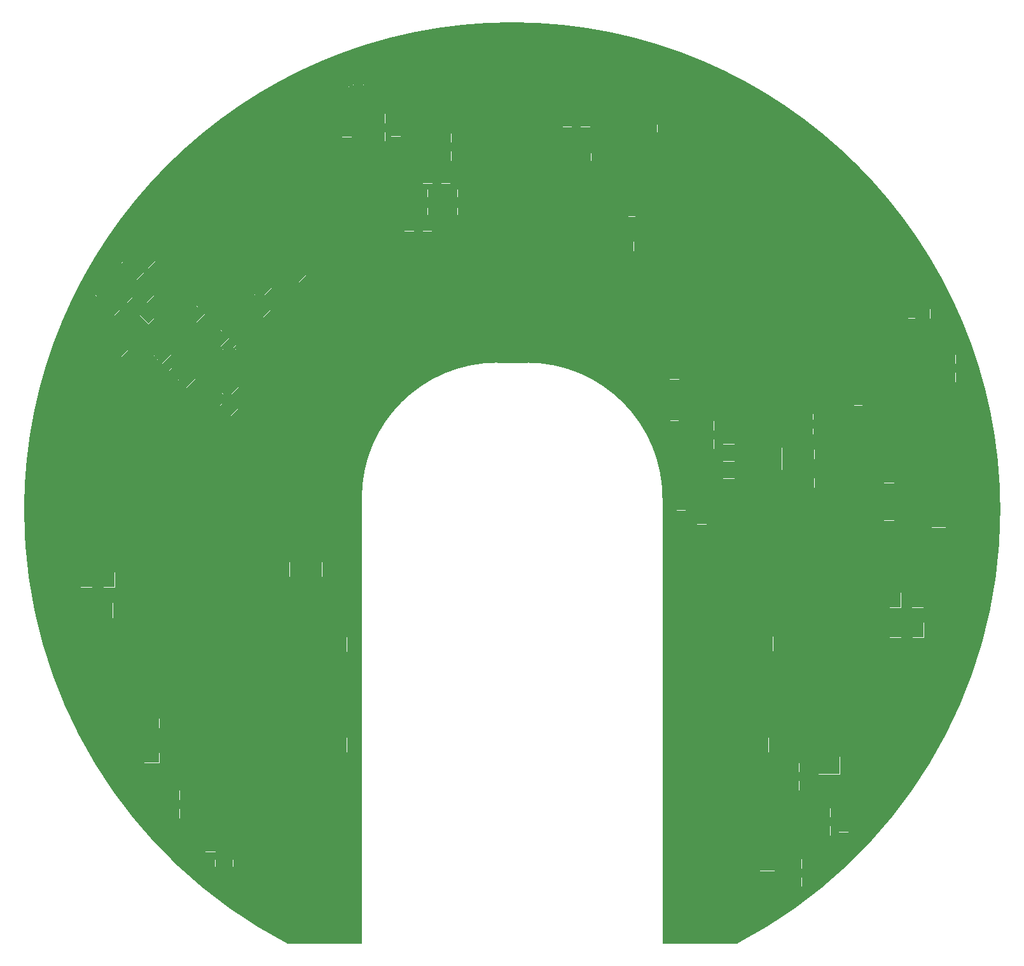
<source format=gtp>
G04 DesignSpark PCB Gerber Version 12.0 Build 5942*
%FSLAX35Y35*%
%MOMM*%
%ADD211R,0.14760X0.83760*%
%ADD205R,0.14760X1.32260*%
%ADD176R,0.49760X1.37260*%
%ADD190R,1.04760X1.37160*%
%ADD186R,1.14760X1.64760*%
%ADD179R,1.27000X1.32080*%
%ADD191R,1.44760X2.99760*%
%ADD183R,1.59760X2.09760*%
%ADD185R,1.59760X3.04760*%
%ADD200R,1.99760X2.04760*%
%ADD203R,1.99760X2.14760*%
%ADD207R,3.19760X3.44760*%
%ADD181R,6.07760X6.58760*%
%ADD17C,0.00001*%
%ADD204R,1.32260X0.14760*%
%AMT210*0 Rectangle Pad at angle 22*21,1,0.24760,1.34760,0,0,22*%
%ADD210T210*%
%ADD201R,1.24760X0.74760*%
%ADD184R,1.59760X0.79760*%
%ADD206R,1.24460X0.86360*%
%AMT197*0 Rectangle Pad at angle 45*21,1,1.04760,1.37160,0,0,45*%
%ADD197T197*%
%AMT202*0 Rectangle Pad at angle 45*21,1,1.04760,1.64760,0,0,45*%
%ADD202T202*%
%AMT195*0 Rectangle Pad at angle 45*21,1,1.14760,1.64760,0,0,45*%
%ADD195T195*%
%ADD182R,1.37160X1.04760*%
%ADD199R,1.64760X1.04760*%
%ADD188R,1.64760X1.14760*%
%AMT196*0 Rectangle Pad at angle 45*21,1,1.27000,1.32080,0,0,45*%
%ADD196T196*%
%ADD194R,1.32080X1.27000*%
%ADD180R,2.12760X1.37160*%
%ADD192R,1.47760X1.37760*%
%ADD208R,2.04760X1.99760*%
%ADD209R,2.14760X1.99760*%
%ADD178R,3.99760X1.99760*%
%ADD177R,2.94760X2.44760*%
%AMT189*0 Rectangle Pad at angle 135*21,1,0.29760,1.64760,0,0,135*%
%ADD189T189*%
%AMT198*0 Rectangle Pad at angle 135*21,1,0.86360,1.24460,0,0,135*%
%ADD198T198*%
%AMT187*0 Rectangle Pad at angle 135*21,1,1.04760,1.37160,0,0,135*%
%ADD187T187*%
%ADD193R,3.44760X3.19760*%
X0Y0D02*
D02*
D17*
X39226240Y45353160D02*
G75*
G03*
X42721570Y39593110I6493710J-20D01*
G01*
X43713650D01*
Y45516760D01*
G75*
G02*
X45520000Y47323110I1806350J0D01*
G01*
X45917500D01*
G75*
G02*
X47723850Y45516760I0J-1806350D01*
G01*
Y45156810D01*
G75*
G02*
X47726350Y45151760I-3850J-5050D01*
G01*
Y39593110D01*
X48718430D01*
G75*
G03*
X52213720Y45353140I-2998470J5760040D01*
G01*
G75*
G03*
X45720000Y51846890I-6493720J0D01*
G01*
G75*
G03*
X39226240Y45353160I0J-6493730D01*
G01*
X45731120Y48960090D02*
X45745880D01*
Y48827830D01*
X45731120D01*
Y48960090D01*
Y50107690D02*
X45745880D01*
Y49975430D01*
X45731120D01*
Y50107690D01*
X45781120Y48960090D02*
X45795880D01*
Y48827830D01*
X45781120D01*
Y48960090D01*
Y50107690D02*
X45795880D01*
Y49975430D01*
X45781120D01*
Y50107690D01*
X45831120Y48960090D02*
X45845880D01*
Y48827830D01*
X45831120D01*
Y48960090D01*
Y50107690D02*
X45845880D01*
Y49975430D01*
X45831120D01*
Y50107690D01*
X45881120Y48960090D02*
X45895880D01*
Y48827830D01*
X45881120D01*
Y48960090D01*
Y50107690D02*
X45895880D01*
Y49975430D01*
X45881120D01*
Y50107690D01*
X45931120Y48960090D02*
X45945880D01*
Y48827830D01*
X45931120D01*
Y48960090D01*
Y50107690D02*
X45945880D01*
Y49975430D01*
X45931120D01*
Y50107690D01*
X45981120Y48960090D02*
X45995880D01*
Y48827830D01*
X45981120D01*
Y48960090D01*
Y50107690D02*
X45995880D01*
Y49975430D01*
X45981120D01*
Y50107690D01*
X46031120Y48960090D02*
X46045880D01*
Y48827830D01*
X46031120D01*
Y48960090D01*
Y50107690D02*
X46045880D01*
Y49975430D01*
X46031120D01*
Y50107690D01*
X46081120Y48960090D02*
X46095880D01*
Y48827830D01*
X46081120D01*
Y48960090D01*
Y50107690D02*
X46095880D01*
Y49975430D01*
X46081120D01*
Y50107690D01*
X46131120Y48960090D02*
X46145880D01*
Y48827830D01*
X46131120D01*
Y48960090D01*
Y50107690D02*
X46145880D01*
Y49975430D01*
X46131120D01*
Y50107690D01*
X46181120Y48960090D02*
X46195880D01*
Y48827830D01*
X46181120D01*
Y48960090D01*
Y50107690D02*
X46195880D01*
Y49975430D01*
X46181120D01*
Y50107690D01*
X46321170Y49100140D02*
X46453430D01*
Y49085380D01*
X46321170D01*
Y49100140D01*
Y49150140D02*
X46453430D01*
Y49135380D01*
X46321170D01*
Y49150140D01*
Y49200140D02*
X46453430D01*
Y49185380D01*
X46321170D01*
Y49200140D01*
Y49250140D02*
X46453430D01*
Y49235380D01*
X46321170D01*
Y49250140D01*
Y49300140D02*
X46453430D01*
Y49285380D01*
X46321170D01*
Y49300140D01*
Y49350140D02*
X46453430D01*
Y49335380D01*
X46321170D01*
Y49350140D01*
Y49400140D02*
X46453430D01*
Y49385380D01*
X46321170D01*
Y49400140D01*
Y49450140D02*
X46453430D01*
Y49435380D01*
X46321170D01*
Y49450140D01*
Y49500140D02*
X46453430D01*
Y49485380D01*
X46321170D01*
Y49500140D01*
Y49550140D02*
X46453430D01*
Y49535380D01*
X46321170D01*
Y49550140D01*
Y49600140D02*
X46453430D01*
Y49585380D01*
X46321170D01*
Y49600140D01*
Y49650140D02*
X46453430D01*
Y49635380D01*
X46321170D01*
Y49650140D01*
Y49700140D02*
X46453430D01*
Y49685380D01*
X46321170D01*
Y49700140D01*
Y49750140D02*
X46453430D01*
Y49735380D01*
X46321170D01*
Y49750140D01*
Y49800140D02*
X46453430D01*
Y49785380D01*
X46321170D01*
Y49800140D01*
Y49850140D02*
X46453430D01*
Y49835380D01*
X46321170D01*
Y49850140D01*
X46350580Y50117420D02*
X46515340D01*
Y50002660D01*
X46350580D01*
Y50117420D01*
X46383420Y50583040D02*
X46515500D01*
Y50456040D01*
X46383420D01*
Y50583040D01*
X46383960Y50360760D02*
X46516040D01*
Y50233760D01*
X46383960D01*
Y50360760D01*
X46610580Y50117420D02*
X46775340D01*
Y50002660D01*
X46610580D01*
Y50117420D01*
X46624420Y50583040D02*
X46756500D01*
Y50456040D01*
X46624420D01*
Y50583040D01*
X46624960Y50360760D02*
X46757040D01*
Y50233760D01*
X46624960D01*
Y50360760D01*
X47034620Y48937340D02*
X47139380D01*
Y48800180D01*
X47034620D01*
Y48937340D01*
X47054620Y49177340D02*
X47159380D01*
Y49040180D01*
X47054620D01*
Y49177340D01*
Y49402340D02*
X47159380D01*
Y49265180D01*
X47054620D01*
Y49402340D01*
X47234620Y48936340D02*
X47339380D01*
Y48799180D01*
X47234620D01*
Y48936340D01*
X47254620Y49176340D02*
X47359380D01*
Y49039180D01*
X47254620D01*
Y49176340D01*
Y49401340D02*
X47359380D01*
Y49264180D01*
X47254620D01*
Y49401340D01*
X47514420Y50293640D02*
X47651580D01*
Y50188880D01*
X47514420D01*
Y50293640D01*
X47515420Y50493640D02*
X47652580D01*
Y50388880D01*
X47515420D01*
Y50493640D01*
X47808420Y47000640D02*
X47945580D01*
Y46895880D01*
X47808420D01*
Y47000640D01*
X47813620Y46620640D02*
X47938380D01*
Y46545880D01*
X47813620D01*
Y46620640D01*
X47885120Y42331640D02*
X48284880D01*
Y42131880D01*
X47885120D01*
Y42331640D01*
X47904120Y45235140D02*
X48028880D01*
Y45160380D01*
X47904120D01*
Y45235140D01*
X47945120Y43680140D02*
X48344880D01*
Y43480380D01*
X47945120D01*
Y43680140D01*
X47904120Y45425140D02*
X48028880D01*
Y45350380D01*
X47904120D01*
Y45425140D01*
X47813620Y46810640D02*
X47938380D01*
Y46735880D01*
X47813620D01*
Y46810640D01*
X47809420Y47200640D02*
X47946580D01*
Y47095880D01*
X47809420D01*
Y47200640D01*
X47964420Y50288140D02*
X48101580D01*
Y50183380D01*
X47964420D01*
Y50288140D01*
X48072500Y46305300D02*
X48199500D01*
Y46173220D01*
X48072500D01*
Y46305300D01*
X48073000Y45837300D02*
X48200000D01*
Y45705220D01*
X48073000D01*
Y45837300D01*
X48171420Y45271140D02*
X48308580D01*
Y45166380D01*
X48171420D01*
Y45271140D01*
X48172420Y45471140D02*
X48309580D01*
Y45366380D01*
X48172420D01*
Y45471140D01*
X48073000Y46078300D02*
X48200000D01*
Y45946220D01*
X48073000D01*
Y46078300D01*
X48072500Y46546300D02*
X48199500D01*
Y46414220D01*
X48072500D01*
Y46546300D01*
X47965420Y50488140D02*
X48102580D01*
Y50383380D01*
X47965420D01*
Y50488140D01*
X48280500Y46306080D02*
X48407500D01*
Y46174000D01*
X48280500D01*
Y46306080D01*
X48283000Y45836300D02*
X48410000D01*
Y45704220D01*
X48283000D01*
Y45836300D01*
Y46077300D02*
X48410000D01*
Y45945220D01*
X48283000D01*
Y46077300D01*
X48280500Y46547080D02*
X48407500D01*
Y46415000D01*
X48280500D01*
Y46547080D01*
X48522620Y45851140D02*
X48682380D01*
Y45771380D01*
X48522620D01*
Y45851140D01*
Y46081140D02*
X48682380D01*
Y46001380D01*
X48522620D01*
Y46081140D01*
Y46311140D02*
X48682380D01*
Y46231380D01*
X48522620D01*
Y46311140D01*
X48735120Y42331640D02*
X49134880D01*
Y42131880D01*
X48735120D01*
Y42331640D01*
X49013120Y40335640D02*
X49212880D01*
Y40120880D01*
X49013120D01*
Y40335640D01*
Y40765640D02*
X49212880D01*
Y40550880D01*
X49013120D01*
Y40765640D01*
X48795120Y43680140D02*
X49194880D01*
Y43480380D01*
X48795120D01*
Y43680140D01*
X49152620Y46193640D02*
X49312380D01*
Y45888880D01*
X49152620D01*
Y46193640D01*
X49417000Y41756800D02*
X49544000D01*
Y41624720D01*
X49417000D01*
Y41756800D01*
X49449500Y40474800D02*
X49576500D01*
Y40342720D01*
X49449500D01*
Y40474800D01*
Y40715800D02*
X49576500D01*
Y40583720D01*
X49449500D01*
Y40715800D01*
X49417000Y41997800D02*
X49544000D01*
Y41865720D01*
X49417000D01*
Y41997800D01*
X49597620Y45793140D02*
X49745380D01*
Y45655380D01*
X49597620D01*
Y45793140D01*
X49719620Y41759190D02*
X49769380D01*
Y41621930D01*
X49719620D01*
Y41759190D01*
Y42301590D02*
X49769380D01*
Y42164330D01*
X49719620D01*
Y42301590D01*
X49723780Y43291140D02*
X50331540D01*
Y42632380D01*
X49723780D01*
Y43291140D01*
X49787620Y42084140D02*
X50082380D01*
Y41839380D01*
X49787620D01*
Y42084140D01*
X49831000Y41157800D02*
X49958000D01*
Y41025720D01*
X49831000D01*
Y41157800D01*
Y41398800D02*
X49958000D01*
Y41266720D01*
X49831000D01*
Y41398800D01*
X49846620Y41759190D02*
X49896380D01*
Y41621930D01*
X49846620D01*
Y41759190D01*
X49973620D02*
X50023380D01*
Y41621930D01*
X49973620D01*
Y41759190D01*
X50061420Y41173140D02*
X50198580D01*
Y41068380D01*
X50061420D01*
Y41173140D01*
X50062420Y41373140D02*
X50199580D01*
Y41268380D01*
X50062420D01*
Y41373140D01*
X49846620Y42301590D02*
X49896380D01*
Y42164330D01*
X49846620D01*
Y42301590D01*
X49973620D02*
X50023380D01*
Y42164330D01*
X49973620D01*
Y42301590D01*
X50100620Y41759190D02*
X50150380D01*
Y41621930D01*
X50100620D01*
Y41759190D01*
Y42301590D02*
X50150380D01*
Y42164330D01*
X50100620D01*
Y42301590D01*
X49597620Y46173140D02*
X49745380D01*
Y46035380D01*
X49597620D01*
Y46173140D01*
X49602770Y46452440D02*
X49727230D01*
Y46366080D01*
X49602770D01*
Y46452440D01*
Y46648440D02*
X49727230D01*
Y46562080D01*
X49602770D01*
Y46648440D01*
X49777620Y43921640D02*
X50122380D01*
Y43601880D01*
X49777620D01*
Y43921640D01*
Y44951640D02*
X50122380D01*
Y44631880D01*
X49777620D01*
Y44951640D01*
X50264620Y46654140D02*
X50379380D01*
Y46489380D01*
X50264620D01*
Y46654140D01*
X50370920Y41373140D02*
X50508080D01*
Y41268380D01*
X50370920D01*
Y41373140D01*
X50371920Y41573140D02*
X50509080D01*
Y41468380D01*
X50371920D01*
Y41573140D01*
X50264620Y46914140D02*
X50379380D01*
Y46749380D01*
X50264620D01*
Y46914140D01*
X50635780Y42801340D02*
X50848540D01*
Y42664180D01*
X50635780D01*
Y42801340D01*
Y43259340D02*
X50848540D01*
Y43122180D01*
X50635780D01*
Y43259340D01*
X50661620Y45516640D02*
X50806380D01*
Y45216880D01*
X50661620D01*
Y45516640D01*
X50735120Y44266640D02*
X50894880D01*
Y44056880D01*
X50735120D01*
Y44266640D01*
X50740120Y43866640D02*
X50899880D01*
Y43656880D01*
X50740120D01*
Y43866640D01*
X50661620Y46016640D02*
X50806380D01*
Y45716880D01*
X50661620D01*
Y46016640D01*
X50845270Y46472440D02*
X50969730D01*
Y46386080D01*
X50845270D01*
Y46472440D01*
Y46668440D02*
X50969730D01*
Y46582080D01*
X50845270D01*
Y46668440D01*
X50980620Y48046340D02*
X51085380D01*
Y47909180D01*
X50980620D01*
Y48046340D01*
X51035120Y44266640D02*
X51194880D01*
Y44056880D01*
X51035120D01*
Y44266640D01*
X51040120Y43866640D02*
X51199880D01*
Y43656880D01*
X51040120D01*
Y43866640D01*
X51180620Y48045340D02*
X51285380D01*
Y47908180D01*
X51180620D01*
Y48045340D01*
X51294620Y44889140D02*
X51494380D01*
Y44684380D01*
X51294620D01*
Y44889140D01*
Y45329140D02*
X51494380D01*
Y45124380D01*
X51294620D01*
Y45329140D01*
X51498420Y46748140D02*
X51635580D01*
Y46643380D01*
X51498420D01*
Y46748140D01*
X51499000Y47191800D02*
X51626000D01*
Y47059720D01*
X51499000D01*
Y47191800D01*
X51499420Y46948140D02*
X51636580D01*
Y46843380D01*
X51499420D01*
Y46948140D01*
X51499000Y47432800D02*
X51626000D01*
Y47300720D01*
X51499000D01*
Y47432800D01*
X39602120Y45369140D02*
X39726880D01*
Y45294380D01*
X39602120D01*
Y45369140D01*
Y45559140D02*
X39726880D01*
Y45484380D01*
X39602120D01*
Y45559140D01*
X39612120Y45843840D02*
X39716880D01*
Y45706680D01*
X39612120D01*
Y45843840D01*
X39743620Y43663140D02*
X39948380D01*
Y43463380D01*
X39743620D01*
Y43663140D01*
X39812120Y45842840D02*
X39916880D01*
Y45705680D01*
X39812120D01*
Y45842840D01*
X39947620Y44126640D02*
X40107380D01*
Y43916880D01*
X39947620D01*
Y44126640D01*
X39970120Y44536640D02*
X40129880D01*
Y44326880D01*
X39970120D01*
Y44536640D01*
X40236830Y48306990D02*
X40333820Y48210000D01*
X40259750Y48135930D01*
X40162760Y48232920D01*
X40236830Y48306990D01*
X40270120Y44536640D02*
X40429880D01*
Y44326880D01*
X40270120D01*
Y44536640D01*
X40380520Y48135620D02*
X40497020Y48019120D01*
X40422940Y47945040D01*
X40306440Y48061540D01*
X40380520Y48135620D01*
X40483400Y47597010D02*
X40599910Y47480500D01*
X40518760Y47399350D01*
X40402250Y47515860D01*
X40483400Y47597010D01*
X40520120Y43606640D02*
X40839880D01*
Y43261880D01*
X40520120D01*
Y43606640D01*
X40813960Y42128840D02*
X41026720D01*
Y41991680D01*
X40813960D01*
Y42128840D01*
Y42586840D02*
X41026720D01*
Y42449680D01*
X40813960D01*
Y42586840D01*
X40667240Y47413170D02*
X40783750Y47296660D01*
X40702600Y47215510D01*
X40586090Y47332020D01*
X40667240Y47413170D01*
X40183620Y43663140D02*
X40388380D01*
Y43463380D01*
X40183620D01*
Y43663140D01*
X40247620Y44126640D02*
X40407380D01*
Y43916880D01*
X40247620D01*
Y44126640D01*
X40378960Y48447710D02*
X40475950Y48350720D01*
X40401880Y48276650D01*
X40304890Y48373640D01*
X40378960Y48447710D01*
X40550220Y48305320D02*
X40666720Y48188820D01*
X40592640Y48114740D01*
X40476140Y48231240D01*
X40550220Y48305320D01*
X40663360Y47852780D02*
X40779860Y47736280D01*
X40705780Y47662200D01*
X40589280Y47778700D01*
X40663360Y47852780D01*
X40604660Y48732000D02*
X40678730Y48657930D01*
X40581740Y48560940D01*
X40507670Y48635010D01*
X40604660Y48732000D01*
X40745380Y48589870D02*
X40819450Y48515800D01*
X40722460Y48418810D01*
X40648390Y48492880D01*
X40745380Y48589870D01*
X40833060Y48022480D02*
X40949560Y47905980D01*
X40875480Y47831900D01*
X40758980Y47948400D01*
X40833060Y48022480D01*
X41015950Y47578260D02*
X41036990Y47557220D01*
X40920490Y47440720D01*
X40899450Y47461760D01*
X41015950Y47578260D01*
X41061920Y47532300D02*
X41082960Y47511260D01*
X40966460Y47394760D01*
X40945420Y47415800D01*
X41061920Y47532300D01*
X41107880Y47486340D02*
X41128920Y47465300D01*
X41012420Y47348800D01*
X40991380Y47369840D01*
X41107880Y47486340D01*
X41153840Y47440370D02*
X41174880Y47419330D01*
X41058380Y47302830D01*
X41037340Y47323870D01*
X41153840Y47440370D01*
X41199800Y47394410D02*
X41220840Y47373370D01*
X41104340Y47256870D01*
X41083300Y47277910D01*
X41199800Y47394410D01*
X41245760Y47348450D02*
X41266800Y47327410D01*
X41150300Y47210910D01*
X41129260Y47231950D01*
X41245760Y47348450D01*
X41169500Y41386800D02*
X41296500D01*
Y41254720D01*
X41169500D01*
Y41386800D01*
Y41627800D02*
X41296500D01*
Y41495720D01*
X41169500D01*
Y41627800D01*
X41291730Y47302490D02*
X41312770Y47281450D01*
X41196270Y47164950D01*
X41175230Y47185990D01*
X41291730Y47302490D01*
X41337690Y47256530D02*
X41358730Y47235490D01*
X41242230Y47118990D01*
X41221190Y47140030D01*
X41337690Y47256530D01*
X41383650Y47210560D02*
X41404690Y47189520D01*
X41288190Y47073020D01*
X41267150Y47094060D01*
X41383650Y47210560D01*
X41429610Y47164600D02*
X41450650Y47143560D01*
X41334150Y47027060D01*
X41313110Y47048100D01*
X41429610Y47164600D01*
X41475570Y47118640D02*
X41496610Y47097600D01*
X41380110Y46981100D01*
X41359070Y47002140D01*
X41475570Y47118640D01*
X41521540Y47072680D02*
X41542580Y47051640D01*
X41426080Y46935140D01*
X41405040Y46956180D01*
X41521540Y47072680D01*
X41567500Y47026720D02*
X41588540Y47005680D01*
X41472040Y46889180D01*
X41451000Y46910220D01*
X41567500Y47026720D01*
X41613460Y46980750D02*
X41634500Y46959710D01*
X41518000Y46843210D01*
X41496960Y46864250D01*
X41613460Y46980750D01*
X41550120Y43606640D02*
X41869880D01*
Y43261880D01*
X41550120D01*
Y43606640D01*
X41704040Y46763710D02*
X41778110Y46689640D01*
X41681120Y46592650D01*
X41607050Y46666720D01*
X41704040Y46763710D01*
X41844760Y46621580D02*
X41918830Y46547510D01*
X41821840Y46450520D01*
X41747770Y46524590D01*
X41844760Y46621580D01*
X41330960Y42618640D02*
X41938720D01*
Y41959880D01*
X41330960D01*
Y42618640D01*
X41484620Y41141690D02*
X41534380D01*
Y41004430D01*
X41484620D01*
Y41141690D01*
Y41684090D02*
X41534380D01*
Y41546830D01*
X41484620D01*
Y41684090D01*
X41552620Y41466640D02*
X41847380D01*
Y41221880D01*
X41552620D01*
Y41466640D01*
X41611620Y41141690D02*
X41661380D01*
Y41004430D01*
X41611620D01*
Y41141690D01*
X41630420Y40710140D02*
X41767580D01*
Y40605380D01*
X41630420D01*
Y40710140D01*
X41631420Y40910140D02*
X41768580D01*
Y40805380D01*
X41631420D01*
Y40910140D01*
X41738620Y41141690D02*
X41788380D01*
Y41004430D01*
X41738620D01*
Y41141690D01*
X41611620Y41684090D02*
X41661380D01*
Y41546830D01*
X41611620D01*
Y41684090D01*
X41738620D02*
X41788380D01*
Y41546830D01*
X41738620D01*
Y41684090D01*
X41865620Y41141690D02*
X41915380D01*
Y41004430D01*
X41865620D01*
Y41141690D01*
X41867420Y40708140D02*
X42004580D01*
Y40603380D01*
X41867420D01*
Y40708140D01*
X41868420Y40908140D02*
X42005580D01*
Y40803380D01*
X41868420D01*
Y40908140D01*
X41865620Y41684090D02*
X41915380D01*
Y41546830D01*
X41865620D01*
Y41684090D01*
X40880540Y48284710D02*
X40954610Y48210640D01*
X40857620Y48113650D01*
X40783550Y48187720D01*
X40880540Y48284710D01*
X41021260Y48142580D02*
X41095330Y48068510D01*
X40998340Y47971520D01*
X40924270Y48045590D01*
X41021260Y48142580D01*
X40756160Y48886000D02*
X40830230Y48811930D01*
X40733240Y48714940D01*
X40659170Y48789010D01*
X40756160Y48886000D01*
X40896880Y48743870D02*
X40970950Y48669800D01*
X40873960Y48572810D01*
X40799890Y48646880D01*
X40896880Y48743870D01*
X41518000Y48080310D02*
X41539040Y48059270D01*
X41422540Y47942770D01*
X41401500Y47963810D01*
X41518000Y48080310D01*
X41563960Y48034340D02*
X41585000Y48013300D01*
X41468500Y47896800D01*
X41447460Y47917840D01*
X41563960Y48034340D01*
X41609920Y47988380D02*
X41630960Y47967340D01*
X41514460Y47850840D01*
X41493420Y47871880D01*
X41609920Y47988380D01*
X41655890Y47942420D02*
X41676930Y47921380D01*
X41560430Y47804880D01*
X41539390Y47825920D01*
X41655890Y47942420D01*
X41701850Y47896460D02*
X41722890Y47875420D01*
X41606390Y47758920D01*
X41585350Y47779960D01*
X41701850Y47896460D01*
X41747810Y47850500D02*
X41768850Y47829460D01*
X41652350Y47712960D01*
X41631310Y47734000D01*
X41747810Y47850500D01*
X41793770Y47804530D02*
X41814810Y47783490D01*
X41698310Y47666990D01*
X41677270Y47688030D01*
X41793770Y47804530D01*
X41839730Y47758570D02*
X41860770Y47737530D01*
X41744270Y47621030D01*
X41723230Y47642070D01*
X41839730Y47758570D01*
X41854160Y46920000D02*
X41928230Y46845930D01*
X41831240Y46748940D01*
X41757170Y46823010D01*
X41854160Y46920000D01*
X41994880Y46777870D02*
X42068950Y46703800D01*
X41971960Y46606810D01*
X41897890Y46680880D01*
X41994880Y46777870D01*
X41885700Y47712610D02*
X41906740Y47691570D01*
X41790240Y47575070D01*
X41769200Y47596110D01*
X41885700Y47712610D01*
X41931660Y47666650D02*
X41952700Y47645610D01*
X41836200Y47529110D01*
X41815160Y47550150D01*
X41931660Y47666650D01*
X41977620Y47620690D02*
X41998660Y47599650D01*
X41882160Y47483150D01*
X41861120Y47504190D01*
X41977620Y47620690D01*
X42023580Y47574720D02*
X42044620Y47553680D01*
X41928120Y47437180D01*
X41907080Y47458220D01*
X42023580Y47574720D01*
X42069540Y47528760D02*
X42090580Y47507720D01*
X41974080Y47391220D01*
X41953040Y47412260D01*
X42069540Y47528760D01*
X42115510Y47482800D02*
X42136550Y47461760D01*
X42020050Y47345260D01*
X41999010Y47366300D01*
X42115510Y47482800D01*
X42004660Y47068000D02*
X42078730Y46993930D01*
X41981740Y46896940D01*
X41907670Y46971010D01*
X42004660Y47068000D01*
X42145380Y46925870D02*
X42219450Y46851800D01*
X42122460Y46754810D01*
X42048390Y46828880D01*
X42145380Y46925870D01*
X42078000Y40700300D02*
X42205000D01*
Y40568220D01*
X42078000D01*
Y40700300D01*
Y40941300D02*
X42205000D01*
Y40809220D01*
X42078000D01*
Y40941300D01*
X42091200Y48078070D02*
X42184600Y47984670D01*
X42094800Y47894870D01*
X42001400Y47988270D01*
X42091200Y48078070D01*
X42261610Y47907650D02*
X42355010Y47814250D01*
X42265210Y47724450D01*
X42171810Y47817850D01*
X42261610Y47907650D01*
X42271120Y42331640D02*
X42670880D01*
Y42131880D01*
X42271120D01*
Y42331640D01*
Y43669140D02*
X42670880D01*
Y43469380D01*
X42271120D01*
Y43669140D01*
X42285160Y48232000D02*
X42359230Y48157930D01*
X42262240Y48060940D01*
X42188170Y48135010D01*
X42285160Y48232000D01*
X42425880Y48089870D02*
X42499950Y48015800D01*
X42402960Y47918810D01*
X42328890Y47992880D01*
X42425880Y48089870D01*
X42445160Y48389500D02*
X42519230Y48315430D01*
X42422240Y48218440D01*
X42348170Y48292510D01*
X42445160Y48389500D01*
X42585880Y48247370D02*
X42659950Y48173300D01*
X42562960Y48076310D01*
X42488890Y48150380D01*
X42585880Y48247370D01*
X42547620Y44668140D02*
X42762380D01*
Y44468380D01*
X42547620D01*
Y44668140D01*
X42606160Y48543000D02*
X42680230Y48468930D01*
X42583240Y48371940D01*
X42509170Y48446010D01*
X42606160Y48543000D01*
X42746880Y48400870D02*
X42820950Y48326800D01*
X42723960Y48229810D01*
X42649890Y48303880D01*
X42746880Y48400870D01*
X42813960Y40468260D02*
X42946040D01*
Y40341260D01*
X42813960D01*
Y40468260D01*
X42763660Y48700500D02*
X42837730Y48626430D01*
X42740740Y48529440D01*
X42666670Y48603510D01*
X42763660Y48700500D01*
X42904380Y48558370D02*
X42978450Y48484300D01*
X42881460Y48387310D01*
X42807390Y48461380D01*
X42904380Y48558370D01*
X42977620Y44668140D02*
X43192380D01*
Y44468380D01*
X42977620D01*
Y44668140D01*
X43054960Y40468260D02*
X43187040D01*
Y40341260D01*
X43054960D01*
Y40468260D01*
X43121120Y42331640D02*
X43520880D01*
Y42131880D01*
X43121120D01*
Y42331640D01*
Y43669140D02*
X43520880D01*
Y43469380D01*
X43121120D01*
Y43669140D01*
X42900200Y48863570D02*
X42993600Y48770170D01*
X42903800Y48680370D01*
X42810400Y48773770D01*
X42900200Y48863570D01*
X43070610Y48693150D02*
X43164010Y48599750D01*
X43074210Y48509950D01*
X42980810Y48603350D01*
X43070610Y48693150D01*
X43113170Y49028100D02*
X43174240Y48967030D01*
X43086230Y48879020D01*
X43025160Y48940090D01*
X43113170Y49028100D01*
X43251770Y48889500D02*
X43312840Y48828430D01*
X43224830Y48740420D01*
X43163760Y48801490D01*
X43251770Y48889500D01*
X43183920Y50436640D02*
X43321080D01*
Y50331880D01*
X43183920D01*
Y50436640D01*
X43184920Y50636640D02*
X43322080D01*
Y50531880D01*
X43184920D01*
Y50636640D01*
X43446420Y50427640D02*
X43583580D01*
Y50322880D01*
X43446420D01*
Y50427640D01*
X43580420Y50037950D02*
X43595180D01*
Y49954190D01*
X43580420D01*
Y50037950D01*
Y50198950D02*
X43595180D01*
Y50115190D01*
X43580420D01*
Y50198950D01*
X43447420Y50627640D02*
X43584580D01*
Y50522880D01*
X43447420D01*
Y50627640D01*
X43557530Y51017770D02*
X43608010Y50892820D01*
X43585050Y50883550D01*
X43534570Y51008500D01*
X43557530Y51017770D01*
X43617800Y51042120D02*
X43668280Y50917170D01*
X43645320Y50907900D01*
X43594840Y51032850D01*
X43617800Y51042120D01*
X43630420Y50037950D02*
X43645180D01*
Y49954190D01*
X43630420D01*
Y50037950D01*
Y50198950D02*
X43645180D01*
Y50115190D01*
X43630420D01*
Y50198950D01*
X43678070Y51066470D02*
X43728550Y50941520D01*
X43705590Y50932250D01*
X43655110Y51057200D01*
X43678070Y51066470D01*
X43680420Y50037950D02*
X43695180D01*
Y49954190D01*
X43680420D01*
Y50037950D01*
Y50198950D02*
X43695180D01*
Y50115190D01*
X43680420D01*
Y50198950D01*
X43690420Y50424640D02*
X43827580D01*
Y50319880D01*
X43690420D01*
Y50424640D01*
X43691420Y50624640D02*
X43828580D01*
Y50519880D01*
X43691420D01*
Y50624640D01*
X43738330Y51090820D02*
X43788810Y50965870D01*
X43765850Y50956600D01*
X43715370Y51081550D01*
X43738330Y51090820D01*
X43798600Y51115170D02*
X43849080Y50990220D01*
X43826120Y50980950D01*
X43775640Y51105900D01*
X43798600Y51115170D01*
X43901500Y50396300D02*
X44028500D01*
Y50264220D01*
X43901500D01*
Y50396300D01*
Y50637300D02*
X44028500D01*
Y50505220D01*
X43901500D01*
Y50637300D01*
X44092120Y48976340D02*
X44196880D01*
Y48839180D01*
X44092120D01*
Y48976340D01*
X44100420Y50436140D02*
X44237580D01*
Y50331380D01*
X44100420D01*
Y50436140D01*
X44101420Y50636140D02*
X44238580D01*
Y50531380D01*
X44101420D01*
Y50636140D01*
X44278460Y49195760D02*
X44410540D01*
Y49068760D01*
X44278460D01*
Y49195760D01*
X44292120Y48975340D02*
X44396880D01*
Y48838180D01*
X44292120D01*
Y48975340D01*
X44433620Y49390140D02*
X44598380D01*
Y49285380D01*
X44433620D01*
Y49390140D01*
X44519460Y49195760D02*
X44651540D01*
Y49068760D01*
X44519460D01*
Y49195760D01*
X44433620Y49630140D02*
X44598380D01*
Y49525380D01*
X44433620D01*
Y49630140D01*
X44524960Y49829260D02*
X44657040D01*
Y49702260D01*
X44524960D01*
Y49829260D01*
X44765960D02*
X44898040D01*
Y49702260D01*
X44765960D01*
Y49829260D01*
X44833620Y49390140D02*
X44998380D01*
Y49285380D01*
X44833620D01*
Y49390140D01*
X44918930Y48715000D02*
X45051010D01*
Y48588000D01*
X44918930D01*
Y48715000D01*
X44918960Y48935760D02*
X45051040D01*
Y48808760D01*
X44918960D01*
Y48935760D01*
X44833620Y49630140D02*
X44998380D01*
Y49525380D01*
X44833620D01*
Y49630140D01*
X44782000Y50138800D02*
X44909000D01*
Y50006720D01*
X44782000D01*
Y50138800D01*
Y50379800D02*
X44909000D01*
Y50247720D01*
X44782000D01*
Y50379800D01*
X45032000Y50128800D02*
X45159000D01*
Y49996720D01*
X45032000D01*
Y50128800D01*
Y50369800D02*
X45159000D01*
Y50237720D01*
X45032000D01*
Y50369800D01*
X45159930Y48715000D02*
X45292010D01*
Y48588000D01*
X45159930D01*
Y48715000D01*
X45159960Y48935760D02*
X45292040D01*
Y48808760D01*
X45159960D01*
Y48935760D01*
X45173570Y49100140D02*
X45305830D01*
Y49085380D01*
X45173570D01*
Y49100140D01*
Y49150140D02*
X45305830D01*
Y49135380D01*
X45173570D01*
Y49150140D01*
Y49200140D02*
X45305830D01*
Y49185380D01*
X45173570D01*
Y49200140D01*
Y49250140D02*
X45305830D01*
Y49235380D01*
X45173570D01*
Y49250140D01*
Y49300140D02*
X45305830D01*
Y49285380D01*
X45173570D01*
Y49300140D01*
Y49350140D02*
X45305830D01*
Y49335380D01*
X45173570D01*
Y49350140D01*
Y49400140D02*
X45305830D01*
Y49385380D01*
X45173570D01*
Y49400140D01*
Y49450140D02*
X45305830D01*
Y49435380D01*
X45173570D01*
Y49450140D01*
Y49500140D02*
X45305830D01*
Y49485380D01*
X45173570D01*
Y49500140D01*
Y49550140D02*
X45305830D01*
Y49535380D01*
X45173570D01*
Y49550140D01*
Y49600140D02*
X45305830D01*
Y49585380D01*
X45173570D01*
Y49600140D01*
Y49650140D02*
X45305830D01*
Y49635380D01*
X45173570D01*
Y49650140D01*
Y49700140D02*
X45305830D01*
Y49685380D01*
X45173570D01*
Y49700140D01*
Y49750140D02*
X45305830D01*
Y49735380D01*
X45173570D01*
Y49750140D01*
Y49800140D02*
X45305830D01*
Y49785380D01*
X45173570D01*
Y49800140D01*
Y49850140D02*
X45305830D01*
Y49835380D01*
X45173570D01*
Y49850140D01*
X45431120Y48960090D02*
X45445880D01*
Y48827830D01*
X45431120D01*
Y48960090D01*
Y50107690D02*
X45445880D01*
Y49975430D01*
X45431120D01*
Y50107690D01*
X45481120Y48960090D02*
X45495880D01*
Y48827830D01*
X45481120D01*
Y48960090D01*
Y50107690D02*
X45495880D01*
Y49975430D01*
X45481120D01*
Y50107690D01*
X45531120Y48960090D02*
X45545880D01*
Y48827830D01*
X45531120D01*
Y48960090D01*
Y50107690D02*
X45545880D01*
Y49975430D01*
X45531120D01*
Y50107690D01*
X45581120Y48960090D02*
X45595880D01*
Y48827830D01*
X45581120D01*
Y48960090D01*
Y50107690D02*
X45595880D01*
Y49975430D01*
X45581120D01*
Y50107690D01*
X45631120Y48960090D02*
X45645880D01*
Y48827830D01*
X45631120D01*
Y48960090D01*
Y50107690D02*
X45645880D01*
Y49975430D01*
X45631120D01*
Y50107690D01*
X45681120Y48960090D02*
X45695880D01*
Y48827830D01*
X45681120D01*
Y48960090D01*
Y50107690D02*
X45695880D01*
Y49975430D01*
X45681120D01*
Y50107690D01*
X41731990Y40228260D02*
G36*
X41731990Y40228260D02*
G75*
G03*
X42721570Y39593110I3988070J5125040D01*
G01*
X43713650D01*
Y40228260D01*
X41731990D01*
G37*
X47726350D02*
G36*
X47726350Y40228260D02*
Y39593110D01*
X48718430D01*
G75*
G03*
X49707990Y40228260I-2998500J5760080D01*
G01*
X49212880D01*
Y40120880D01*
X49013120D01*
Y40228260D01*
X47726350D01*
G37*
X41510280Y40408760D02*
G36*
X41510280Y40408760D02*
G75*
G03*
X41731990Y40228260I4210860J4945830D01*
G01*
X43713650D01*
Y40408760D01*
X43187040D01*
Y40341260D01*
X43054960D01*
Y40408760D01*
X42946040D01*
Y40341260D01*
X42813960D01*
Y40408760D01*
X41510280D01*
G37*
X47726350D02*
G36*
X47726350Y40408760D02*
Y40228260D01*
X49013120D01*
Y40335640D01*
X49212880D01*
Y40228260D01*
X49707990D01*
G75*
G03*
X49929690Y40408760I-3989160J5126100D01*
G01*
X49576500D01*
Y40342720D01*
X49449500D01*
Y40408760D01*
X47726350D01*
G37*
X41233710Y40658260D02*
G36*
X41233710Y40658260D02*
G75*
G03*
X41510280Y40408760I4487460J4696290D01*
G01*
X42813960D01*
Y40468260D01*
X42946040D01*
Y40408760D01*
X43054960D01*
Y40468260D01*
X43187040D01*
Y40408760D01*
X43713650D01*
Y40658260D01*
X42205000D01*
Y40568220D01*
X42078000D01*
Y40658260D01*
X42004580D01*
Y40603380D01*
X41867420D01*
Y40658260D01*
X41767580D01*
Y40605380D01*
X41630420D01*
Y40658260D01*
X41233710D01*
G37*
X47726350D02*
G36*
X47726350Y40658260D02*
Y40408760D01*
X49449500D01*
Y40474800D01*
X49576500D01*
Y40408760D01*
X49929690D01*
G75*
G03*
X50206260Y40658260I-4210890J4945790D01*
G01*
X49576500D01*
Y40583720D01*
X49449500D01*
Y40658260D01*
X49212880D01*
Y40550880D01*
X49013120D01*
Y40658260D01*
X47726350D01*
G37*
X41033820Y40857760D02*
G36*
X41033820Y40857760D02*
G75*
G03*
X41233710Y40658260I4687940J4497220D01*
G01*
X41630420D01*
Y40710140D01*
X41767580D01*
Y40658260D01*
X41867420D01*
Y40708140D01*
X42004580D01*
Y40658260D01*
X42078000D01*
Y40700300D01*
X42205000D01*
Y40658260D01*
X43713650D01*
Y40857760D01*
X42205000D01*
Y40809220D01*
X42078000D01*
Y40857760D01*
X42005580D01*
Y40803380D01*
X41868420D01*
Y40857760D01*
X41768580D01*
Y40805380D01*
X41631420D01*
Y40857760D01*
X41033820D01*
G37*
X47726350D02*
G36*
X47726350Y40857760D02*
Y40658260D01*
X49013120D01*
Y40765640D01*
X49212880D01*
Y40658260D01*
X49449500D01*
Y40715800D01*
X49576500D01*
Y40658260D01*
X50206260D01*
G75*
G03*
X50406140Y40857760I-4488060J4696490D01*
G01*
X47726350D01*
G37*
X40820070Y41091760D02*
G36*
X40820070Y41091760D02*
G75*
G03*
X41033820Y40857760I4901060J4262310D01*
G01*
X41631420D01*
Y40910140D01*
X41768580D01*
Y40857760D01*
X41868420D01*
Y40908140D01*
X42005580D01*
Y40857760D01*
X42078000D01*
Y40941300D01*
X42205000D01*
Y40857760D01*
X43713650D01*
Y41091760D01*
X41915380D01*
Y41004430D01*
X41865620D01*
Y41091760D01*
X41788380D01*
Y41004430D01*
X41738620D01*
Y41091760D01*
X41661380D01*
Y41004430D01*
X41611620D01*
Y41091760D01*
X41534380D01*
Y41004430D01*
X41484620D01*
Y41091760D01*
X40820070D01*
G37*
X47726350D02*
G36*
X47726350Y41091760D02*
Y40857760D01*
X50406140D01*
G75*
G03*
X50619900Y41091760I-4687310J4496510D01*
G01*
X50198580D01*
Y41068380D01*
X50061420D01*
Y41091760D01*
X49958000D01*
Y41025720D01*
X49831000D01*
Y41091760D01*
X47726350D01*
G37*
X40620460Y41332760D02*
G36*
X40620460Y41332760D02*
G75*
G03*
X40820070Y41091760I5100030J4020970D01*
G01*
X41484620D01*
Y41141690D01*
X41534380D01*
Y41091760D01*
X41611620D01*
Y41141690D01*
X41661380D01*
Y41091760D01*
X41738620D01*
Y41141690D01*
X41788380D01*
Y41091760D01*
X41865620D01*
Y41141690D01*
X41915380D01*
Y41091760D01*
X43713650D01*
Y41332760D01*
X41847380D01*
Y41221880D01*
X41552620D01*
Y41332760D01*
X41296500D01*
Y41254720D01*
X41169500D01*
Y41332760D01*
X40620460D01*
G37*
X47726350D02*
G36*
X47726350Y41332760D02*
Y41091760D01*
X49831000D01*
Y41157800D01*
X49958000D01*
Y41091760D01*
X50061420D01*
Y41173140D01*
X50198580D01*
Y41091760D01*
X50619900D01*
G75*
G03*
X50819500Y41332760I-4900420J4261760D01*
G01*
X50508080D01*
Y41268380D01*
X50370920D01*
Y41332760D01*
X50199580D01*
Y41268380D01*
X50062420D01*
Y41332760D01*
X49958000D01*
Y41266720D01*
X49831000D01*
Y41332760D01*
X47726350D01*
G37*
X40477710Y41520760D02*
G36*
X40477710Y41520760D02*
G75*
G03*
X40620460Y41332760I5244490J3833990D01*
G01*
X41169500D01*
Y41386800D01*
X41296500D01*
Y41332760D01*
X41552620D01*
Y41466640D01*
X41847380D01*
Y41332760D01*
X43713650D01*
Y41520760D01*
X41296500D01*
Y41495720D01*
X41169500D01*
Y41520760D01*
X40477710D01*
G37*
X47726350D02*
G36*
X47726350Y41520760D02*
Y41332760D01*
X49831000D01*
Y41398800D01*
X49958000D01*
Y41332760D01*
X50062420D01*
Y41373140D01*
X50199580D01*
Y41332760D01*
X50370920D01*
Y41373140D01*
X50508080D01*
Y41332760D01*
X50819500D01*
G75*
G03*
X50962250Y41520760I-5101740J4021990D01*
G01*
X50509080D01*
Y41468380D01*
X50371920D01*
Y41520760D01*
X47726350D01*
G37*
X40409770Y41615460D02*
G36*
X40409770Y41615460D02*
G75*
G03*
X40477710Y41520760I5311950J3739200D01*
G01*
X41169500D01*
Y41615460D01*
X40409770D01*
G37*
X41296500D02*
G36*
X41296500Y41615460D02*
Y41520760D01*
X43713650D01*
Y41615460D01*
X41915380D01*
Y41546830D01*
X41865620D01*
Y41615460D01*
X41788380D01*
Y41546830D01*
X41738620D01*
Y41615460D01*
X41661380D01*
Y41546830D01*
X41611620D01*
Y41615460D01*
X41534380D01*
Y41546830D01*
X41484620D01*
Y41615460D01*
X41296500D01*
G37*
X47726350D02*
G36*
X47726350Y41615460D02*
Y41520760D01*
X50371920D01*
Y41573140D01*
X50509080D01*
Y41520760D01*
X50962250D01*
G75*
G03*
X51030190Y41615460I-5244010J3833900D01*
G01*
X47726350D01*
G37*
X40357560Y41690760D02*
G36*
X40357560Y41690760D02*
G75*
G03*
X40409770Y41615460I5365590J3664530D01*
G01*
X41169500D01*
Y41627800D01*
X41296500D01*
Y41615460D01*
X41484620D01*
Y41684090D01*
X41534380D01*
Y41615460D01*
X41611620D01*
Y41684090D01*
X41661380D01*
Y41615460D01*
X41738620D01*
Y41684090D01*
X41788380D01*
Y41615460D01*
X41865620D01*
Y41684090D01*
X41915380D01*
Y41615460D01*
X43713650D01*
Y41690760D01*
X40357560D01*
G37*
X47726350D02*
G36*
X47726350Y41690760D02*
Y41615460D01*
X51030190D01*
G75*
G03*
X51082400Y41690760I-5313380J3739830D01*
G01*
X50150380D01*
Y41621930D01*
X50100620D01*
Y41690760D01*
X50023380D01*
Y41621930D01*
X49973620D01*
Y41690760D01*
X49896380D01*
Y41621930D01*
X49846620D01*
Y41690760D01*
X49769380D01*
Y41621930D01*
X49719620D01*
Y41690760D01*
X49544000D01*
Y41624720D01*
X49417000D01*
Y41690760D01*
X47726350D01*
G37*
X40200680Y41931760D02*
G36*
X40200680Y41931760D02*
G75*
G03*
X40357560Y41690760I5520310J3421910D01*
G01*
X43713650D01*
Y41931760D01*
X40200680D01*
G37*
X47726350D02*
G36*
X47726350Y41931760D02*
Y41690760D01*
X49417000D01*
Y41756800D01*
X49544000D01*
Y41690760D01*
X49719620D01*
Y41759190D01*
X49769380D01*
Y41690760D01*
X49846620D01*
Y41759190D01*
X49896380D01*
Y41690760D01*
X49973620D01*
Y41759190D01*
X50023380D01*
Y41690760D01*
X50100620D01*
Y41759190D01*
X50150380D01*
Y41690760D01*
X51082400D01*
G75*
G03*
X51239280Y41931760I-5363430J3662910D01*
G01*
X50082380D01*
Y41839380D01*
X49787620D01*
Y41931760D01*
X49544000D01*
Y41865720D01*
X49417000D01*
Y41931760D01*
X47726350D01*
G37*
X40123060Y42060260D02*
G36*
X40123060Y42060260D02*
G75*
G03*
X40200680Y41931760I5599370J3294590D01*
G01*
X43713650D01*
Y42060260D01*
X41938720D01*
Y41959880D01*
X41330960D01*
Y42060260D01*
X41026720D01*
Y41991680D01*
X40813960D01*
Y42060260D01*
X40123060D01*
G37*
X47726350D02*
G36*
X47726350Y42060260D02*
Y41931760D01*
X49417000D01*
Y41997800D01*
X49544000D01*
Y41931760D01*
X49787620D01*
Y42060260D01*
X47726350D01*
G37*
X50082380D02*
G36*
X50082380Y42060260D02*
Y41931760D01*
X51239280D01*
G75*
G03*
X51316900Y42060260I-5521750J3423090D01*
G01*
X50082380D01*
G37*
X40025640Y42231760D02*
G36*
X40025640Y42231760D02*
G75*
G03*
X40123060Y42060260I5695530J3121910D01*
G01*
X40813960D01*
Y42128840D01*
X41026720D01*
Y42060260D01*
X41330960D01*
Y42231760D01*
X40025640D01*
G37*
X41938720D02*
G36*
X41938720Y42231760D02*
Y42060260D01*
X43713650D01*
Y42231760D01*
X43520880D01*
Y42131880D01*
X43121120D01*
Y42231760D01*
X42670880D01*
Y42131880D01*
X42271120D01*
Y42231760D01*
X41938720D01*
G37*
X47726350D02*
G36*
X47726350Y42231760D02*
Y42060260D01*
X49787620D01*
Y42084140D01*
X50082380D01*
Y42060260D01*
X51316900D01*
G75*
G03*
X51414320Y42231760I-5598110J3293410D01*
G01*
X50150380D01*
Y42164330D01*
X50100620D01*
Y42231760D01*
X50023380D01*
Y42164330D01*
X49973620D01*
Y42231760D01*
X49896380D01*
Y42164330D01*
X49846620D01*
Y42231760D01*
X49769380D01*
Y42164330D01*
X49719620D01*
Y42231760D01*
X49134880D01*
Y42131880D01*
X48735120D01*
Y42231760D01*
X48284880D01*
Y42131880D01*
X47885120D01*
Y42231760D01*
X47726350D01*
G37*
X39877720Y42518260D02*
G36*
X39877720Y42518260D02*
G75*
G03*
X40025640Y42231760I5842630J2835120D01*
G01*
X41330960D01*
Y42518260D01*
X41026720D01*
Y42449680D01*
X40813960D01*
Y42518260D01*
X39877720D01*
G37*
X41938720D02*
G36*
X41938720Y42518260D02*
Y42231760D01*
X42271120D01*
Y42331640D01*
X42670880D01*
Y42231760D01*
X43121120D01*
Y42331640D01*
X43520880D01*
Y42231760D01*
X43713650D01*
Y42518260D01*
X41938720D01*
G37*
X47726350D02*
G36*
X47726350Y42518260D02*
Y42231760D01*
X47885120D01*
Y42331640D01*
X48284880D01*
Y42231760D01*
X48735120D01*
Y42331640D01*
X49134880D01*
Y42231760D01*
X49719620D01*
Y42301590D01*
X49769380D01*
Y42231760D01*
X49846620D01*
Y42301590D01*
X49896380D01*
Y42231760D01*
X49973620D01*
Y42301590D01*
X50023380D01*
Y42231760D01*
X50100620D01*
Y42301590D01*
X50150380D01*
Y42231760D01*
X51414320D01*
G75*
G03*
X51562240Y42518260I-5694710J3121620D01*
G01*
X47726350D01*
G37*
X39778410Y42732760D02*
G36*
X39778410Y42732760D02*
G75*
G03*
X39877720Y42518260I5943460J2621490D01*
G01*
X40813960D01*
Y42586840D01*
X41026720D01*
Y42518260D01*
X41330960D01*
Y42618640D01*
X41938720D01*
Y42518260D01*
X43713650D01*
Y42732760D01*
X39778410D01*
G37*
X47726350D02*
G36*
X47726350Y42732760D02*
Y42518260D01*
X51562240D01*
G75*
G03*
X51661540Y42732760I-5844160J2835710D01*
G01*
X50848540D01*
Y42664180D01*
X50635780D01*
Y42732760D01*
X50331540D01*
Y42632380D01*
X49723780D01*
Y42732760D01*
X47726350D01*
G37*
X39682600Y42961760D02*
G36*
X39682600Y42961760D02*
G75*
G03*
X39778410Y42732760I6038380J2391820D01*
G01*
X43713650D01*
Y42961760D01*
X39682600D01*
G37*
X47726350D02*
G36*
X47726350Y42961760D02*
Y42732760D01*
X49723780D01*
Y42961760D01*
X47726350D01*
G37*
X50331540D02*
G36*
X50331540Y42961760D02*
Y42732760D01*
X50635780D01*
Y42801340D01*
X50848540D01*
Y42732760D01*
X51661540D01*
G75*
G03*
X51757350Y42961760I-5942570J2620820D01*
G01*
X50331540D01*
G37*
X39596850Y43190760D02*
G36*
X39596850Y43190760D02*
G75*
G03*
X39682600Y42961760I6125020J2162980D01*
G01*
X43713650D01*
Y43190760D01*
X39596850D01*
G37*
X47726350D02*
G36*
X47726350Y43190760D02*
Y42961760D01*
X49723780D01*
Y43190760D01*
X47726350D01*
G37*
X50331540D02*
G36*
X50331540Y43190760D02*
Y42961760D01*
X51757350D01*
G75*
G03*
X51843110Y43190760I-6039260J2392250D01*
G01*
X50848540D01*
Y43122180D01*
X50635780D01*
Y43190760D01*
X50331540D01*
G37*
X39472940Y43580260D02*
G36*
X39472940Y43580260D02*
G75*
G03*
X39596850Y43190760I6248680J1773410D01*
G01*
X43713650D01*
Y43580260D01*
X43520880D01*
Y43469380D01*
X43121120D01*
Y43580260D01*
X42670880D01*
Y43469380D01*
X42271120D01*
Y43580260D01*
X41869880D01*
Y43261880D01*
X41550120D01*
Y43580260D01*
X40839880D01*
Y43261880D01*
X40520120D01*
Y43580260D01*
X40388380D01*
Y43463380D01*
X40183620D01*
Y43580260D01*
X39948380D01*
Y43463380D01*
X39743620D01*
Y43580260D01*
X39472940D01*
G37*
X47726350D02*
G36*
X47726350Y43580260D02*
Y43190760D01*
X49723780D01*
Y43291140D01*
X50331540D01*
Y43190760D01*
X50635780D01*
Y43259340D01*
X50848540D01*
Y43190760D01*
X51843110D01*
G75*
G03*
X51967020Y43580260I-6124770J2162910D01*
G01*
X49194880D01*
Y43480380D01*
X48795120D01*
Y43580260D01*
X48344880D01*
Y43480380D01*
X47945120D01*
Y43580260D01*
X47726350D01*
G37*
X39424260Y43761760D02*
G36*
X39424260Y43761760D02*
G75*
G03*
X39472940Y43580260I6296030J1591380D01*
G01*
X39743620D01*
Y43663140D01*
X39948380D01*
Y43580260D01*
X40183620D01*
Y43663140D01*
X40388380D01*
Y43580260D01*
X40520120D01*
Y43606640D01*
X40839880D01*
Y43580260D01*
X41550120D01*
Y43606640D01*
X41869880D01*
Y43580260D01*
X42271120D01*
Y43669140D01*
X42670880D01*
Y43580260D01*
X43121120D01*
Y43669140D01*
X43520880D01*
Y43580260D01*
X43713650D01*
Y43761760D01*
X39424260D01*
G37*
X47726350D02*
G36*
X47726350Y43761760D02*
Y43580260D01*
X47945120D01*
Y43680140D01*
X48344880D01*
Y43580260D01*
X48795120D01*
Y43680140D01*
X49194880D01*
Y43580260D01*
X51967020D01*
G75*
G03*
X52015700Y43761760I-6247350J1772880D01*
G01*
X51199880D01*
Y43656880D01*
X51040120D01*
Y43761760D01*
X50899880D01*
Y43656880D01*
X50740120D01*
Y43761760D01*
X50122380D01*
Y43601880D01*
X49777620D01*
Y43761760D01*
X47726350D01*
G37*
X39364190Y44021760D02*
G36*
X39364190Y44021760D02*
G75*
G03*
X39424260Y43761760I6357480J1331880D01*
G01*
X43713650D01*
Y44021760D01*
X40407380D01*
Y43916880D01*
X40247620D01*
Y44021760D01*
X40107380D01*
Y43916880D01*
X39947620D01*
Y44021760D01*
X39364190D01*
G37*
X47726350D02*
G36*
X47726350Y44021760D02*
Y43761760D01*
X49777620D01*
Y43921640D01*
X50122380D01*
Y43761760D01*
X50740120D01*
Y43866640D01*
X50899880D01*
Y43761760D01*
X51040120D01*
Y43866640D01*
X51199880D01*
Y43761760D01*
X52015700D01*
G75*
G03*
X52075770Y44021760I-6297410J1591880D01*
G01*
X47726350D01*
G37*
X39336470Y44161760D02*
G36*
X39336470Y44161760D02*
G75*
G03*
X39364190Y44021760I6384860J1191460D01*
G01*
X39947620D01*
Y44126640D01*
X40107380D01*
Y44021760D01*
X40247620D01*
Y44126640D01*
X40407380D01*
Y44021760D01*
X43713650D01*
Y44161760D01*
X39336470D01*
G37*
X47726350D02*
G36*
X47726350Y44161760D02*
Y44021760D01*
X52075770D01*
G75*
G03*
X52103490Y44161760I-6357140J1331460D01*
G01*
X51194880D01*
Y44056880D01*
X51035120D01*
Y44161760D01*
X50894880D01*
Y44056880D01*
X50735120D01*
Y44161760D01*
X47726350D01*
G37*
X39291940Y44431760D02*
G36*
X39291940Y44431760D02*
G75*
G03*
X39336470Y44161760I6429710J921750D01*
G01*
X43713650D01*
Y44431760D01*
X40429880D01*
Y44326880D01*
X40270120D01*
Y44431760D01*
X40129880D01*
Y44326880D01*
X39970120D01*
Y44431760D01*
X39291940D01*
G37*
X47726350D02*
G36*
X47726350Y44431760D02*
Y44161760D01*
X50735120D01*
Y44266640D01*
X50894880D01*
Y44161760D01*
X51035120D01*
Y44266640D01*
X51194880D01*
Y44161760D01*
X52103490D01*
G75*
G03*
X52148020Y44431760I-6385180J1191750D01*
G01*
X47726350D01*
G37*
X39273850Y44568260D02*
G36*
X39273850Y44568260D02*
G75*
G03*
X39291940Y44431760I6451040J785490D01*
G01*
X39970120D01*
Y44536640D01*
X40129880D01*
Y44431760D01*
X40270120D01*
Y44536640D01*
X40429880D01*
Y44431760D01*
X43713650D01*
Y44568260D01*
X43192380D01*
Y44468380D01*
X42977620D01*
Y44568260D01*
X42762380D01*
Y44468380D01*
X42547620D01*
Y44568260D01*
X39273850D01*
G37*
X47726350D02*
G36*
X47726350Y44568260D02*
Y44431760D01*
X52148020D01*
G75*
G03*
X52166110Y44568260I-6432950J921990D01*
G01*
X47726350D01*
G37*
X39250550Y44791760D02*
G36*
X39250550Y44791760D02*
G75*
G03*
X39273850Y44568260I6471960J561740D01*
G01*
X42547620D01*
Y44668140D01*
X42762380D01*
Y44568260D01*
X42977620D01*
Y44668140D01*
X43192380D01*
Y44568260D01*
X43713650D01*
Y44791760D01*
X39250550D01*
G37*
X47726350D02*
G36*
X47726350Y44791760D02*
Y44568260D01*
X52166110D01*
G75*
G03*
X52189410Y44791760I-6448660J785240D01*
G01*
X51494380D01*
Y44684380D01*
X51294620D01*
Y44791760D01*
X50122380D01*
Y44631880D01*
X49777620D01*
Y44791760D01*
X47726350D01*
G37*
X39228100Y45197760D02*
G36*
X39228100Y45197760D02*
G75*
G03*
X39250550Y44791760I6492410J155380D01*
G01*
X43713650D01*
Y45197760D01*
X39228100D01*
G37*
X47723850D02*
G36*
X47723850Y45197760D02*
Y45156810D01*
G75*
G02*
X47726350Y45151760I-3850J-5050D01*
G01*
Y44791760D01*
X49777620D01*
Y44951640D01*
X50122380D01*
Y44791760D01*
X51294620D01*
Y44889140D01*
X51494380D01*
Y44791760D01*
X52189410D01*
G75*
G03*
X52211860Y45197760I-6469960J561380D01*
G01*
X51494380D01*
Y45124380D01*
X51294620D01*
Y45197760D01*
X48308580D01*
Y45166380D01*
X48171420D01*
Y45197760D01*
X48028880D01*
Y45160380D01*
X47904120D01*
Y45197760D01*
X47723850D01*
G37*
X39226280Y45331760D02*
G36*
X39226280Y45331760D02*
G75*
G03*
X39228100Y45197760I6496140J21220D01*
G01*
X43713650D01*
Y45331760D01*
X39726880D01*
Y45294380D01*
X39602120D01*
Y45331760D01*
X39226280D01*
G37*
X47723850D02*
G36*
X47723850Y45331760D02*
Y45197760D01*
X47904120D01*
Y45235140D01*
X48028880D01*
Y45197760D01*
X48171420D01*
Y45271140D01*
X48308580D01*
Y45197760D01*
X51294620D01*
Y45329140D01*
X51494380D01*
Y45197760D01*
X52211860D01*
G75*
G03*
X52213680Y45331760I-6494320J155220D01*
G01*
X50806380D01*
Y45216880D01*
X50661620D01*
Y45331760D01*
X47723850D01*
G37*
X39226240Y45353160D02*
G36*
X39226240Y45353160D02*
Y45353140D01*
G75*
G03*
X39226280Y45331760I6515890J1500D01*
G01*
X39602120D01*
Y45369140D01*
X39726880D01*
Y45331760D01*
X43713650D01*
Y45387760D01*
X39226330D01*
G75*
G03*
X39226240Y45353160I6499720J-34210D01*
G01*
G37*
X47723850Y45387760D02*
G36*
X47723850Y45387760D02*
Y45331760D01*
X50661620D01*
Y45387760D01*
X48309580D01*
Y45366380D01*
X48172420D01*
Y45387760D01*
X48028880D01*
Y45350380D01*
X47904120D01*
Y45387760D01*
X47723850D01*
G37*
X50806380D02*
G36*
X50806380Y45387760D02*
Y45331760D01*
X52213680D01*
G75*
G03*
X52213720Y45353140I-6515850J22880D01*
G01*
G75*
G03*
X52213630Y45387760I-6503570J400D01*
G01*
X50806380D01*
G37*
X39228430Y45521760D02*
G36*
X39228430Y45521760D02*
G75*
G03*
X39226330Y45387760I6494180J-168790D01*
G01*
X43713650D01*
Y45516760D01*
G75*
G02*
X43713660Y45521760I1813160J-1130D01*
G01*
X39726880D01*
Y45484380D01*
X39602120D01*
Y45521760D01*
X39228430D01*
G37*
X47723850Y45516760D02*
G36*
X47723850Y45516760D02*
Y45387760D01*
X47904120D01*
Y45425140D01*
X48028880D01*
Y45387760D01*
X48172420D01*
Y45471140D01*
X48309580D01*
Y45387760D01*
X50661620D01*
Y45516640D01*
X50806380D01*
Y45387760D01*
X52213630D01*
G75*
G03*
X52211530Y45521760I-6496280J-34790D01*
G01*
X47723840D01*
G75*
G02*
X47723850Y45516760I-1813150J-6130D01*
G01*
G37*
X39239720Y45771260D02*
G36*
X39239720Y45771260D02*
G75*
G03*
X39228430Y45521760I6482570J-418340D01*
G01*
X39602120D01*
Y45559140D01*
X39726880D01*
Y45521760D01*
X43713660D01*
G75*
G02*
X43731670Y45771260I1806540J-5000D01*
G01*
X39916880D01*
Y45705680D01*
X39812120D01*
Y45771260D01*
X39716880D01*
Y45706680D01*
X39612120D01*
Y45771260D01*
X39239720D01*
G37*
X47705830D02*
G36*
X47705830Y45771260D02*
G75*
G02*
X47723840Y45521760I-1788530J-254500D01*
G01*
X52211530D01*
G75*
G03*
X52200240Y45771260I-6493860J-168840D01*
G01*
X50806380D01*
Y45716880D01*
X50661620D01*
Y45771260D01*
X49745380D01*
Y45655380D01*
X49597620D01*
Y45771260D01*
X48410000D01*
Y45704220D01*
X48283000D01*
Y45771260D01*
X48200000D01*
Y45705220D01*
X48073000D01*
Y45771260D01*
X47705830D01*
G37*
X39242420Y45811260D02*
G36*
X39242420Y45811260D02*
G75*
G03*
X39239720Y45771260I6491070J-458240D01*
G01*
X39612120D01*
Y45811260D01*
X39242420D01*
G37*
X39716880D02*
G36*
X39716880Y45811260D02*
Y45771260D01*
X39812120D01*
Y45811260D01*
X39716880D01*
G37*
X39916880D02*
G36*
X39916880Y45811260D02*
Y45771260D01*
X43731670D01*
G75*
G02*
X43737820Y45811260I1789310J-254630D01*
G01*
X39916880D01*
G37*
X47699680D02*
G36*
X47699680Y45811260D02*
G75*
G02*
X47705830Y45771260I-1783160J-294630D01*
G01*
X48073000D01*
Y45811260D01*
X47699680D01*
G37*
X48200000D02*
G36*
X48200000Y45811260D02*
Y45771260D01*
X48283000D01*
Y45811260D01*
X48200000D01*
G37*
X48410000D02*
G36*
X48410000Y45811260D02*
Y45771260D01*
X49597620D01*
Y45793140D01*
X49745380D01*
Y45771260D01*
X50661620D01*
Y45811260D01*
X48682380D01*
Y45771380D01*
X48522620D01*
Y45811260D01*
X48410000D01*
G37*
X50806380D02*
G36*
X50806380Y45811260D02*
Y45771260D01*
X52200240D01*
G75*
G03*
X52197540Y45811260I-6493770J-418240D01*
G01*
X50806380D01*
G37*
X39259780Y46012260D02*
G36*
X39259780Y46012260D02*
G75*
G03*
X39242420Y45811260I6460720J-659250D01*
G01*
X39612120D01*
Y45843840D01*
X39716880D01*
Y45811260D01*
X39812120D01*
Y45842840D01*
X39916880D01*
Y45811260D01*
X43737820D01*
G75*
G02*
X43782940Y46012260I1782380J-294540D01*
G01*
X39259780D01*
G37*
X47654560D02*
G36*
X47654560Y46012260D02*
G75*
G02*
X47699680Y45811260I-1737260J-495540D01*
G01*
X48073000D01*
Y45837300D01*
X48200000D01*
Y45811260D01*
X48283000D01*
Y45836300D01*
X48410000D01*
Y45811260D01*
X48522620D01*
Y45851140D01*
X48682380D01*
Y45811260D01*
X50661620D01*
Y46012260D01*
X49312380D01*
Y45888880D01*
X49152620D01*
Y46012260D01*
X48682380D01*
Y46001380D01*
X48522620D01*
Y46012260D01*
X48410000D01*
Y45945220D01*
X48283000D01*
Y46012260D01*
X48200000D01*
Y45946220D01*
X48073000D01*
Y46012260D01*
X47654560D01*
G37*
X50806380D02*
G36*
X50806380Y46012260D02*
Y45811260D01*
X52197540D01*
G75*
G03*
X52180180Y46012260I-6478080J-458250D01*
G01*
X50806380D01*
G37*
X39269830Y46104260D02*
G36*
X39269830Y46104260D02*
G75*
G03*
X39259780Y46012260I6454680J-751650D01*
G01*
X43782940D01*
G75*
G02*
X43811860Y46104260I1737230J-495550D01*
G01*
X39269830D01*
G37*
X47625640D02*
G36*
X47625640Y46104260D02*
G75*
G02*
X47654560Y46012260I-1708310J-587550D01*
G01*
X48073000D01*
Y46078300D01*
X48200000D01*
Y46012260D01*
X48283000D01*
Y46077300D01*
X48410000D01*
Y46012260D01*
X48522620D01*
Y46081140D01*
X48682380D01*
Y46012260D01*
X49152620D01*
Y46104260D01*
X47625640D01*
G37*
X49312380D02*
G36*
X49312380Y46104260D02*
Y46012260D01*
X50661620D01*
Y46016640D01*
X50806380D01*
Y46012260D01*
X52180180D01*
G75*
G03*
X52170130Y46104260I-6464730J-659650D01*
G01*
X49745380D01*
Y46035380D01*
X49597620D01*
Y46104260D01*
X49312380D01*
G37*
X39286990Y46239260D02*
G36*
X39286990Y46239260D02*
G75*
G03*
X39269830Y46104260I6436960J-886800D01*
G01*
X43811860D01*
G75*
G02*
X43864440Y46239260I1708360J-587630D01*
G01*
X39286990D01*
G37*
X47573060D02*
G36*
X47573060Y46239260D02*
G75*
G02*
X47625640Y46104260I-1655780J-722630D01*
G01*
X49152620D01*
Y46193640D01*
X49312380D01*
Y46104260D01*
X49597620D01*
Y46173140D01*
X49745380D01*
Y46104260D01*
X52170130D01*
G75*
G03*
X52152970Y46239260I-6454120J-751800D01*
G01*
X48682380D01*
Y46231380D01*
X48522620D01*
Y46239260D01*
X48407500D01*
Y46174000D01*
X48280500D01*
Y46239260D01*
X48199500D01*
Y46173220D01*
X48072500D01*
Y46239260D01*
X47573060D01*
G37*
X39312700Y46409260D02*
G36*
X39312700Y46409260D02*
G75*
G03*
X39286990Y46239260I6407520J-1055990D01*
G01*
X43864440D01*
G75*
G02*
X43949540Y46409260I1655830J-722590D01*
G01*
X39312700D01*
G37*
X47487960D02*
G36*
X47487960Y46409260D02*
G75*
G02*
X47573060Y46239260I-1570730J-892590D01*
G01*
X48072500D01*
Y46305300D01*
X48199500D01*
Y46239260D01*
X48280500D01*
Y46306080D01*
X48407500D01*
Y46239260D01*
X48522620D01*
Y46311140D01*
X48682380D01*
Y46239260D01*
X52152970D01*
G75*
G03*
X52127260Y46409260I-6433230J-885990D01*
G01*
X50969730D01*
Y46386080D01*
X50845270D01*
Y46409260D01*
X49727230D01*
Y46366080D01*
X49602770D01*
Y46409260D01*
X47487960D01*
G37*
X39324810Y46480260D02*
G36*
X39324810Y46480260D02*
G75*
G03*
X39312700Y46409260I6400180J-1128170D01*
G01*
X43949540D01*
G75*
G02*
X43992070Y46480260I1570710J-892640D01*
G01*
X41851580D01*
X41821840Y46450520D01*
X41792100Y46480260D01*
X39324810D01*
G37*
X47445430D02*
G36*
X47445430Y46480260D02*
G75*
G02*
X47487960Y46409260I-1528180J-963640D01*
G01*
X49602770D01*
Y46452440D01*
X49727230D01*
Y46409260D01*
X50845270D01*
Y46472440D01*
X50969730D01*
Y46409260D01*
X52127260D01*
G75*
G03*
X52115150Y46480260I-6412290J-1057170D01*
G01*
X48407500D01*
Y46415000D01*
X48280500D01*
Y46480260D01*
X48199500D01*
Y46414220D01*
X48072500D01*
Y46480260D01*
X47445430D01*
G37*
X39343820Y46583260D02*
G36*
X39343820Y46583260D02*
G75*
G03*
X39324810Y46480260I6377220J-1230250D01*
G01*
X41792100D01*
X41747770Y46524590D01*
X41806440Y46583260D01*
X39343820D01*
G37*
X41918830Y46547510D02*
G36*
X41918830Y46547510D02*
X41851580Y46480260D01*
X43992070D01*
G75*
G02*
X44062100Y46583260I1528090J-963640D01*
G01*
X41883080D01*
X41918830Y46547510D01*
G37*
X47375400Y46583260D02*
G36*
X47375400Y46583260D02*
G75*
G02*
X47445430Y46480260I-1458060J-1066640D01*
G01*
X48072500D01*
Y46546300D01*
X48199500D01*
Y46480260D01*
X48280500D01*
Y46547080D01*
X48407500D01*
Y46480260D01*
X52115150D01*
G75*
G03*
X52096140Y46583260I-6396230J-1127250D01*
G01*
X50969730D01*
Y46582080D01*
X50845270D01*
Y46583260D01*
X50379380D01*
Y46489380D01*
X50264620D01*
Y46583260D01*
X49727230D01*
Y46562080D01*
X49602770D01*
Y46583260D01*
X47938380D01*
Y46545880D01*
X47813620D01*
Y46583260D01*
X47375400D01*
G37*
X39366560Y46695760D02*
G36*
X39366560Y46695760D02*
G75*
G03*
X39343820Y46583260I6357810J-1343670D01*
G01*
X41806440D01*
X41844760Y46621580D01*
X41883080Y46583260D01*
X44062100D01*
G75*
G02*
X44151480Y46695760I1458110J-1066700D01*
G01*
X42060910D01*
X41971960Y46606810D01*
X41897890Y46680880D01*
X41912770Y46695760D01*
X41771990D01*
X41778110Y46689640D01*
X41681120Y46592650D01*
X41607050Y46666720D01*
X41636090Y46695760D01*
X39366560D01*
G37*
X47286020D02*
G36*
X47286020Y46695760D02*
G75*
G02*
X47375400Y46583260I-1368730J-1179200D01*
G01*
X47813620D01*
Y46620640D01*
X47938380D01*
Y46583260D01*
X49602770D01*
Y46648440D01*
X49727230D01*
Y46583260D01*
X50264620D01*
Y46654140D01*
X50379380D01*
Y46583260D01*
X50845270D01*
Y46668440D01*
X50969730D01*
Y46583260D01*
X52096140D01*
G75*
G03*
X52073400Y46695760I-6380550J-1231170D01*
G01*
X51635580D01*
Y46643380D01*
X51498420D01*
Y46695760D01*
X47286020D01*
G37*
X39383430Y46773260D02*
G36*
X39383430Y46773260D02*
G75*
G03*
X39366560Y46695760I6344020J-1421540D01*
G01*
X41636090D01*
X41704040Y46763710D01*
X41771990Y46695760D01*
X41912770D01*
X41990270Y46773260D01*
X41855560D01*
X41831240Y46748940D01*
X41806920Y46773260D01*
X39383430D01*
G37*
X42068950Y46703800D02*
G36*
X42068950Y46703800D02*
X42060910Y46695760D01*
X44151480D01*
G75*
G02*
X44222270Y46773260I1368880J-1179280D01*
G01*
X42140910D01*
X42122460Y46754810D01*
X42104010Y46773260D01*
X41999490D01*
X42068950Y46703800D01*
G37*
X47215230Y46773260D02*
G36*
X47215230Y46773260D02*
G75*
G02*
X47286020Y46695760I-1298090J-1256780D01*
G01*
X51498420D01*
Y46748140D01*
X51635580D01*
Y46695760D01*
X52073400D01*
G75*
G03*
X52056530Y46773260I-6360890J-1344040D01*
G01*
X50379380D01*
Y46749380D01*
X50264620D01*
Y46773260D01*
X47938380D01*
Y46735880D01*
X47813620D01*
Y46773260D01*
X47215230D01*
G37*
X39412140Y46895760D02*
G36*
X39412140Y46895760D02*
G75*
G03*
X39383430Y46773260I6308630J-1543150D01*
G01*
X41806920D01*
X41757170Y46823010D01*
X41829920Y46895760D01*
X41570550D01*
X41518000Y46843210D01*
X41496960Y46864250D01*
X41528470Y46895760D01*
X41478620D01*
X41472040Y46889180D01*
X41465460Y46895760D01*
X39412140D01*
G37*
X41928230Y46845930D02*
G36*
X41928230Y46845930D02*
X41855560Y46773260D01*
X41990270D01*
X41994880Y46777870D01*
X41999490Y46773260D01*
X42104010D01*
X42048390Y46828880D01*
X42115270Y46895760D01*
X41878400D01*
X41928230Y46845930D01*
G37*
X42219450Y46851800D02*
G36*
X42219450Y46851800D02*
X42140910Y46773260D01*
X44222270D01*
G75*
G02*
X44353270Y46895760I1297790J-1256550D01*
G01*
X42175490D01*
X42219450Y46851800D01*
G37*
X47084230Y46895760D02*
G36*
X47084230Y46895760D02*
G75*
G02*
X47215230Y46773260I-1166790J-1379050D01*
G01*
X47813620D01*
Y46810640D01*
X47938380D01*
Y46773260D01*
X50264620D01*
Y46895760D01*
X47084230D01*
G37*
X50379380D02*
G36*
X50379380Y46895760D02*
Y46773260D01*
X52056530D01*
G75*
G03*
X52027820Y46895760I-6337340J-1420650D01*
G01*
X51636580D01*
Y46843380D01*
X51499420D01*
Y46895760D01*
X50379380D01*
G37*
X39425210Y46948260D02*
G36*
X39425210Y46948260D02*
G75*
G03*
X39412140Y46895760I6299570J-1596170D01*
G01*
X41465460D01*
X41451000Y46910220D01*
X41489040Y46948260D01*
X41439200D01*
X41426080Y46935140D01*
X41412960Y46948260D01*
X39425210D01*
G37*
X41478620Y46895760D02*
G36*
X41478620Y46895760D02*
X41528470D01*
X41580970Y46948260D01*
X41531120D01*
X41478620Y46895760D01*
G37*
X41623050Y46948260D02*
G36*
X41623050Y46948260D02*
X41570550Y46895760D01*
X41829920D01*
X41854160Y46920000D01*
X41878400Y46895760D01*
X42115270D01*
X42145380Y46925870D01*
X42175490Y46895760D01*
X44353270D01*
G75*
G02*
X44418320Y46948260I1167000J-1379420D01*
G01*
X42033060D01*
X41981740Y46896940D01*
X41930420Y46948260D01*
X41623050D01*
G37*
X47019180D02*
G36*
X47019180Y46948260D02*
G75*
G02*
X47084230Y46895760I-1101950J-1431920D01*
G01*
X50264620D01*
Y46914140D01*
X50379380D01*
Y46895760D01*
X51499420D01*
Y46948140D01*
X51636580D01*
Y46895760D01*
X52027820D01*
G75*
G03*
X52014750Y46948260I-6312640J-1543670D01*
G01*
X47945580D01*
Y46895880D01*
X47808420D01*
Y46948260D01*
X47019180D01*
G37*
X39451830Y47049870D02*
G36*
X39451830Y47049870D02*
G75*
G03*
X39425210Y46948260I6273620J-1697870D01*
G01*
X41412960D01*
X41405040Y46956180D01*
X41498730Y47049870D01*
X41448880D01*
X41380110Y46981100D01*
X41359070Y47002140D01*
X41406800Y47049870D01*
X41356960D01*
X41334150Y47027060D01*
X41313110Y47048100D01*
X41314880Y47049870D01*
X39451830D01*
G37*
X41439200Y46948260D02*
G36*
X41439200Y46948260D02*
X41489040D01*
X41567500Y47026720D01*
X41588540Y47005680D01*
X41531120Y46948260D01*
X41580970D01*
X41613460Y46980750D01*
X41634500Y46959710D01*
X41623050Y46948260D01*
X41930420D01*
X41907670Y46971010D01*
X41986530Y47049870D01*
X41540810D01*
X41439200Y46948260D01*
G37*
X42078730Y46993930D02*
G36*
X42078730Y46993930D02*
X42033060Y46948260D01*
X44418320D01*
G75*
G02*
X44564770Y47049870I1101710J-1431540D01*
G01*
X42022790D01*
X42078730Y46993930D01*
G37*
X46872730Y47049870D02*
G36*
X46872730Y47049870D02*
G75*
G02*
X47019180Y46948260I-955260J-1533150D01*
G01*
X47808420D01*
Y47000640D01*
X47945580D01*
Y46948260D01*
X52014750D01*
G75*
G03*
X51988130Y47049870I-6300240J-1596260D01*
G01*
X46872730D01*
G37*
X39479300Y47148260D02*
G36*
X39479300Y47148260D02*
G75*
G03*
X39451830Y47049870I6242890J-1796010D01*
G01*
X41314880D01*
X41413270Y47148260D01*
X41363430D01*
X41288190Y47073020D01*
X41267150Y47094060D01*
X41321350Y47148260D01*
X41271500D01*
X41242230Y47118990D01*
X41221190Y47140030D01*
X41229420Y47148260D01*
X39479300D01*
G37*
X41356960Y47049870D02*
G36*
X41356960Y47049870D02*
X41406800D01*
X41475570Y47118640D01*
X41496610Y47097600D01*
X41448880Y47049870D01*
X41498730D01*
X41521540Y47072680D01*
X41542580Y47051640D01*
X41540810Y47049870D01*
X41986530D01*
X42004660Y47068000D01*
X42022790Y47049870D01*
X44564770D01*
G75*
G02*
X44744690Y47148260I955240J-1533100D01*
G01*
X41445950D01*
X41450650Y47143560D01*
X41356960Y47049870D01*
G37*
X46692810Y47148260D02*
G36*
X46692810Y47148260D02*
G75*
G02*
X46872730Y47049870I-775320J-1631490D01*
G01*
X51988130D01*
G75*
G03*
X51960660Y47148260I-6270360J-1697620D01*
G01*
X51626000D01*
Y47059720D01*
X51499000D01*
Y47148260D01*
X47946580D01*
Y47095880D01*
X47809420D01*
Y47148260D01*
X46692810D01*
G37*
X39518610Y47279680D02*
G36*
X39518610Y47279680D02*
G75*
G03*
X39479300Y47148260I6203100J-1927040D01*
G01*
X41229420D01*
X41337690Y47256530D01*
X41358730Y47235490D01*
X41271500Y47148260D01*
X41321350D01*
X41383650Y47210560D01*
X41404690Y47189520D01*
X41363430Y47148260D01*
X41413270D01*
X41429610Y47164600D01*
X41445950Y47148260D01*
X44744690D01*
G75*
G02*
X45126290Y47279680I775330J-1631570D01*
G01*
X41311000D01*
X41196270Y47164950D01*
X41175230Y47185990D01*
X41268920Y47279680D01*
X41219070D01*
X41150300Y47210910D01*
X41129260Y47231950D01*
X41176990Y47279680D01*
X41127150D01*
X41104340Y47256870D01*
X41083300Y47277910D01*
X41085070Y47279680D01*
X40766770D01*
X40702600Y47215510D01*
X40638430Y47279680D01*
X39518610D01*
G37*
X46311210D02*
G36*
X46311210Y47279680D02*
G75*
G02*
X46692810Y47148260I-393730J-1762990D01*
G01*
X47809420D01*
Y47200640D01*
X47946580D01*
Y47148260D01*
X51499000D01*
Y47191800D01*
X51626000D01*
Y47148260D01*
X51960660D01*
G75*
G03*
X51921350Y47279680I-6242410J-1795620D01*
G01*
X46311210D01*
G37*
X39546340Y47366760D02*
G36*
X39546340Y47366760D02*
G75*
G03*
X39518610Y47279680I6176250J-2014740D01*
G01*
X40638430D01*
X40586090Y47332020D01*
X40620830Y47366760D01*
X39546340D01*
G37*
X40783750Y47296660D02*
G36*
X40783750Y47296660D02*
X40766770Y47279680D01*
X41085070D01*
X41172150Y47366760D01*
X41122310D01*
X41058380Y47302830D01*
X41037340Y47323870D01*
X41080230Y47366760D01*
X41030380D01*
X41012420Y47348800D01*
X40994460Y47366760D01*
X40713650D01*
X40783750Y47296660D01*
G37*
X41127150Y47279680D02*
G36*
X41127150Y47279680D02*
X41176990D01*
X41245760Y47348450D01*
X41266800Y47327410D01*
X41219070Y47279680D01*
X41268920D01*
X41291730Y47302490D01*
X41312770Y47281450D01*
X41311000Y47279680D01*
X45126290D01*
G75*
G02*
X45520000Y47323110I393720J-1762950D01*
G01*
X45917500D01*
G75*
G02*
X46311210Y47279680I-10J-1806380D01*
G01*
X51921350D01*
G75*
G03*
X51893620Y47366760I-6203980J-1927660D01*
G01*
X51626000D01*
Y47300720D01*
X51499000D01*
Y47366760D01*
X42041550D01*
X42020050Y47345260D01*
X41999010Y47366300D01*
X41999470Y47366760D01*
X41214230D01*
X41127150Y47279680D01*
G37*
X39590760Y47498180D02*
G36*
X39590760Y47498180D02*
G75*
G03*
X39546340Y47366760I6129360J-2144940D01*
G01*
X40620830D01*
X40667240Y47413170D01*
X40713650Y47366760D01*
X40994460D01*
X40991380Y47369840D01*
X41107880Y47486340D01*
X41128920Y47465300D01*
X41030380Y47366760D01*
X41080230D01*
X41153840Y47440370D01*
X41174880Y47419330D01*
X41122310Y47366760D01*
X41172150D01*
X41199800Y47394410D01*
X41220840Y47373370D01*
X41214230Y47366760D01*
X41999470D01*
X42115510Y47482800D01*
X42136550Y47461760D01*
X42041550Y47366760D01*
X51499000D01*
Y47432800D01*
X51626000D01*
Y47366760D01*
X51893620D01*
G75*
G03*
X51849200Y47498180I-6173780J-2013520D01*
G01*
X42081040D01*
X41974080Y47391220D01*
X41953040Y47412260D01*
X42038960Y47498180D01*
X41989120D01*
X41928120Y47437180D01*
X41907080Y47458220D01*
X41947040Y47498180D01*
X41897190D01*
X41882160Y47483150D01*
X41867130Y47498180D01*
X41069880D01*
X40966460Y47394760D01*
X40945420Y47415800D01*
X41027800Y47498180D01*
X40977950D01*
X40920490Y47440720D01*
X40899450Y47461760D01*
X40935870Y47498180D01*
X40582230D01*
X40599910Y47480500D01*
X40518760Y47399350D01*
X40419930Y47498180D01*
X39590760D01*
G37*
X39643700Y47643840D02*
G36*
X39643700Y47643840D02*
G75*
G03*
X39590760Y47498180I6078360J-2291630D01*
G01*
X40419930D01*
X40402250Y47515860D01*
X40483400Y47597010D01*
X40582230Y47498180D01*
X40935870D01*
X41015950Y47578260D01*
X41036990Y47557220D01*
X40977950Y47498180D01*
X41027800D01*
X41061920Y47532300D01*
X41082960Y47511260D01*
X41069880Y47498180D01*
X41867130D01*
X41861120Y47504190D01*
X41977620Y47620690D01*
X41998660Y47599650D01*
X41897190Y47498180D01*
X41947040D01*
X42023580Y47574720D01*
X42044620Y47553680D01*
X41989120Y47498180D01*
X42038960D01*
X42069540Y47528760D01*
X42090580Y47507720D01*
X42081040Y47498180D01*
X51849200D01*
G75*
G03*
X51796260Y47643840I-6131300J-2145970D01*
G01*
X41950930D01*
X41836200Y47529110D01*
X41815160Y47550150D01*
X41908850Y47643840D01*
X41859010D01*
X41790240Y47575070D01*
X41769200Y47596110D01*
X41816930Y47643840D01*
X41767080D01*
X41744270Y47621030D01*
X41723230Y47642070D01*
X41725000Y47643840D01*
X39643700D01*
G37*
X39687760Y47757490D02*
G36*
X39687760Y47757490D02*
G75*
G03*
X39643700Y47643840I6035160J-2405080D01*
G01*
X41725000D01*
X41838650Y47757490D01*
X41788810D01*
X41698310Y47666990D01*
X41677270Y47688030D01*
X41746730Y47757490D01*
X41696880D01*
X41652350Y47712960D01*
X41631310Y47734000D01*
X41654800Y47757490D01*
X40758650D01*
X40779860Y47736280D01*
X40705780Y47662200D01*
X40610490Y47757490D01*
X39687760D01*
G37*
X41767080Y47643840D02*
G36*
X41767080Y47643840D02*
X41816930D01*
X41885700Y47712610D01*
X41906740Y47691570D01*
X41859010Y47643840D01*
X41908850D01*
X41931660Y47666650D01*
X41952700Y47645610D01*
X41950930Y47643840D01*
X51796260D01*
G75*
G03*
X51752200Y47757490I-6079220J-2291430D01*
G01*
X42298250D01*
X42265210Y47724450D01*
X42232170Y47757490D01*
X41840810D01*
X41860770Y47737530D01*
X41767080Y47643840D01*
G37*
X39735370Y47873650D02*
G36*
X39735370Y47873650D02*
G75*
G03*
X39687760Y47757490I5988180J-2522190D01*
G01*
X40610490D01*
X40589280Y47778700D01*
X40663360Y47852780D01*
X40758650Y47757490D01*
X41654800D01*
X41747810Y47850500D01*
X41768850Y47829460D01*
X41696880Y47757490D01*
X41746730D01*
X41793770Y47804530D01*
X41814810Y47783490D01*
X41788810Y47757490D01*
X41838650D01*
X41839730Y47758570D01*
X41840810Y47757490D01*
X42232170D01*
X42171810Y47817850D01*
X42227610Y47873650D01*
X41721120D01*
X41606390Y47758920D01*
X41585350Y47779960D01*
X41679040Y47873650D01*
X41629200D01*
X41560430Y47804880D01*
X41539390Y47825920D01*
X41587120Y47873650D01*
X41537270D01*
X41514460Y47850840D01*
X41493420Y47871880D01*
X41495190Y47873650D01*
X40917230D01*
X40875480Y47831900D01*
X40833730Y47873650D01*
X39735370D01*
G37*
X42355010Y47814250D02*
G36*
X42355010Y47814250D02*
X42298250Y47757490D01*
X51752200D01*
G75*
G03*
X51704590Y47873650I-6035790J-2406030D01*
G01*
X42295610D01*
X42355010Y47814250D01*
G37*
X39780290Y47977760D02*
G36*
X39780290Y47977760D02*
G75*
G03*
X39735370Y47873650I5942450J-2625720D01*
G01*
X40833730D01*
X40758980Y47948400D01*
X40788340Y47977760D01*
X40455660D01*
X40422940Y47945040D01*
X40390220Y47977760D01*
X39780290D01*
G37*
X40949560Y47905980D02*
G36*
X40949560Y47905980D02*
X40917230Y47873650D01*
X41495190D01*
X41599300Y47977760D01*
X41549460D01*
X41468500Y47896800D01*
X41447460Y47917840D01*
X41507380Y47977760D01*
X41457530D01*
X41422540Y47942770D01*
X41401500Y47963810D01*
X41415450Y47977760D01*
X41004580D01*
X40998340Y47971520D01*
X40992100Y47977760D01*
X40877780D01*
X40949560Y47905980D01*
G37*
X41537270Y47873650D02*
G36*
X41537270Y47873650D02*
X41587120D01*
X41655890Y47942420D01*
X41676930Y47921380D01*
X41629200Y47873650D01*
X41679040D01*
X41701850Y47896460D01*
X41722890Y47875420D01*
X41721120Y47873650D01*
X42227610D01*
X42261610Y47907650D01*
X42295610Y47873650D01*
X51704590D01*
G75*
G03*
X51659670Y47977760I-5987370J-2521610D01*
G01*
X51285380D01*
Y47908180D01*
X51180620D01*
Y47977760D01*
X51085380D01*
Y47909180D01*
X50980620D01*
Y47977760D01*
X42461910D01*
X42402960Y47918810D01*
X42344010Y47977760D01*
X42177690D01*
X42094800Y47894870D01*
X42011910Y47977760D01*
X41620540D01*
X41630960Y47967340D01*
X41537270Y47873650D01*
G37*
X39894070Y48221460D02*
G36*
X39894070Y48221460D02*
G75*
G03*
X39780290Y47977760I5826370J-2868660D01*
G01*
X40390220D01*
X40306440Y48061540D01*
X40380520Y48135620D01*
X40497020Y48019120D01*
X40455660Y47977760D01*
X40788340D01*
X40833060Y48022480D01*
X40877780Y47977760D01*
X40992100D01*
X40924270Y48045590D01*
X41021260Y48142580D01*
X41095330Y48068510D01*
X41004580Y47977760D01*
X41415450D01*
X41518000Y48080310D01*
X41539040Y48059270D01*
X41457530Y47977760D01*
X41507380D01*
X41563960Y48034340D01*
X41585000Y48013300D01*
X41549460Y47977760D01*
X41599300D01*
X41609920Y47988380D01*
X41620540Y47977760D01*
X42011910D01*
X42001400Y47988270D01*
X42091200Y48078070D01*
X42184600Y47984670D01*
X42177690Y47977760D01*
X42344010D01*
X42328890Y47992880D01*
X42425880Y48089870D01*
X42499950Y48015800D01*
X42461910Y47977760D01*
X50980620D01*
Y48046340D01*
X51085380D01*
Y47977760D01*
X51180620D01*
Y48045340D01*
X51285380D01*
Y47977760D01*
X51659670D01*
G75*
G03*
X51545890Y48221460I-5940150J-2624960D01*
G01*
X42611790D01*
X42659950Y48173300D01*
X42562960Y48076310D01*
X42488890Y48150380D01*
X42559970Y48221460D01*
X42425260D01*
X42422240Y48218440D01*
X42419220Y48221460D01*
X42295700D01*
X42359230Y48157930D01*
X42262240Y48060940D01*
X42188170Y48135010D01*
X42274620Y48221460D01*
X40943790D01*
X40954610Y48210640D01*
X40857620Y48113650D01*
X40783550Y48187720D01*
X40817290Y48221460D01*
X40634080D01*
X40666720Y48188820D01*
X40592640Y48114740D01*
X40485920Y48221460D01*
X40322360D01*
X40333820Y48210000D01*
X40259750Y48135930D01*
X40174220Y48221460D01*
X39894070D01*
G37*
X39965490Y48362180D02*
G36*
X39965490Y48362180D02*
G75*
G03*
X39894070Y48221460I5756150J-3009920D01*
G01*
X40174220D01*
X40162760Y48232920D01*
X40236830Y48306990D01*
X40322360Y48221460D01*
X40485920D01*
X40476140Y48231240D01*
X40550220Y48305320D01*
X40634080Y48221460D01*
X40817290D01*
X40880540Y48284710D01*
X40943790Y48221460D01*
X42274620D01*
X42285160Y48232000D01*
X42295700Y48221460D01*
X42419220D01*
X42348170Y48292510D01*
X42417840Y48362180D01*
X40464490D01*
X40475950Y48350720D01*
X40401880Y48276650D01*
X40316350Y48362180D01*
X39965490D01*
G37*
X42519230Y48315430D02*
G36*
X42519230Y48315430D02*
X42425260Y48221460D01*
X42559970D01*
X42585880Y48247370D01*
X42611790Y48221460D01*
X51545890D01*
G75*
G03*
X51474470Y48362180I-5827570J-2869200D01*
G01*
X42785570D01*
X42820950Y48326800D01*
X42723960Y48229810D01*
X42649890Y48303880D01*
X42708190Y48362180D01*
X42472480D01*
X42519230Y48315430D01*
G37*
X40042090Y48504340D02*
G36*
X40042090Y48504340D02*
G75*
G03*
X39965490Y48362180I5681330J-3152980D01*
G01*
X40316350D01*
X40304890Y48373640D01*
X40378960Y48447710D01*
X40464490Y48362180D01*
X42417840D01*
X42445160Y48389500D01*
X42472480Y48362180D01*
X42708190D01*
X42746880Y48400870D01*
X42785570Y48362180D01*
X51474470D01*
G75*
G03*
X51397870Y48504340I-5757930J-3010820D01*
G01*
X42958410D01*
X42978450Y48484300D01*
X42881460Y48387310D01*
X42807390Y48461380D01*
X42850350Y48504340D01*
X42644820D01*
X42680230Y48468930D01*
X42583240Y48371940D01*
X42509170Y48446010D01*
X42567500Y48504340D01*
X40807990D01*
X40722460Y48418810D01*
X40648390Y48492880D01*
X40659850Y48504340D01*
X40042090D01*
G37*
X40123330Y48646470D02*
G36*
X40123330Y48646470D02*
G75*
G03*
X40042090Y48504340I5598590J-3294380D01*
G01*
X40659850D01*
X40745380Y48589870D01*
X40819450Y48515800D01*
X40807990Y48504340D01*
X42567500D01*
X42606160Y48543000D01*
X42644820Y48504340D01*
X42850350D01*
X42904380Y48558370D01*
X42958410Y48504340D01*
X51397870D01*
G75*
G03*
X51316630Y48646470I-5679830J-3152250D01*
G01*
X45292010D01*
Y48588000D01*
X45159930D01*
Y48646470D01*
X45051010D01*
Y48588000D01*
X44918930D01*
Y48646470D01*
X43117290D01*
X43164010Y48599750D01*
X43074210Y48509950D01*
X42980810Y48603350D01*
X43023930Y48646470D01*
X42817690D01*
X42837730Y48626430D01*
X42740740Y48529440D01*
X42666670Y48603510D01*
X42709630Y48646470D01*
X40947620D01*
X40873960Y48572810D01*
X40800300Y48646470D01*
X40667270D01*
X40581740Y48560940D01*
X40507670Y48635010D01*
X40519130Y48646470D01*
X40123330D01*
G37*
X40216850Y48800470D02*
G36*
X40216850Y48800470D02*
G75*
G03*
X40123330Y48646470I5505780J-3448910D01*
G01*
X40519130D01*
X40604660Y48732000D01*
X40678730Y48657930D01*
X40667270Y48646470D01*
X40800300D01*
X40799890Y48646880D01*
X40896880Y48743870D01*
X40970950Y48669800D01*
X40947620Y48646470D01*
X42709630D01*
X42763660Y48700500D01*
X42817690Y48646470D01*
X43023930D01*
X43070610Y48693150D01*
X43117290Y48646470D01*
X44918930D01*
Y48715000D01*
X45051010D01*
Y48646470D01*
X45159930D01*
Y48715000D01*
X45292010D01*
Y48646470D01*
X51316630D01*
G75*
G03*
X51223110Y48800470I-5599300J-3294910D01*
G01*
X47339380D01*
Y48799180D01*
X47234620D01*
Y48800470D01*
X47139380D01*
Y48800180D01*
X47034620D01*
Y48800470D01*
X43284880D01*
X43224830Y48740420D01*
X43164780Y48800470D01*
X42963300D01*
X42993600Y48770170D01*
X42903800Y48680370D01*
X42810400Y48773770D01*
X42837100Y48800470D01*
X40818770D01*
X40733240Y48714940D01*
X40659170Y48789010D01*
X40670630Y48800470D01*
X40216850D01*
G37*
X40276530Y48893960D02*
G36*
X40276530Y48893960D02*
G75*
G03*
X40216850Y48800470I5447110J-3542990D01*
G01*
X40670630D01*
X40756160Y48886000D01*
X40830230Y48811930D01*
X40818770Y48800470D01*
X42837100D01*
X42900200Y48863570D01*
X42963300Y48800470D01*
X43164780D01*
X43163760Y48801490D01*
X43251770Y48889500D01*
X43312840Y48828430D01*
X43284880Y48800470D01*
X47034620D01*
Y48893960D01*
X46195880D01*
Y48827830D01*
X46181120D01*
Y48893960D01*
X46145880D01*
Y48827830D01*
X46131120D01*
Y48893960D01*
X46095880D01*
Y48827830D01*
X46081120D01*
Y48893960D01*
X46045880D01*
Y48827830D01*
X46031120D01*
Y48893960D01*
X45995880D01*
Y48827830D01*
X45981120D01*
Y48893960D01*
X45945880D01*
Y48827830D01*
X45931120D01*
Y48893960D01*
X45895880D01*
Y48827830D01*
X45881120D01*
Y48893960D01*
X45845880D01*
Y48827830D01*
X45831120D01*
Y48893960D01*
X45795880D01*
Y48827830D01*
X45781120D01*
Y48893960D01*
X45745880D01*
Y48827830D01*
X45731120D01*
Y48893960D01*
X45695880D01*
Y48827830D01*
X45681120D01*
Y48893960D01*
X45645880D01*
Y48827830D01*
X45631120D01*
Y48893960D01*
X45595880D01*
Y48827830D01*
X45581120D01*
Y48893960D01*
X45545880D01*
Y48827830D01*
X45531120D01*
Y48893960D01*
X45495880D01*
Y48827830D01*
X45481120D01*
Y48893960D01*
X45445880D01*
Y48827830D01*
X45431120D01*
Y48893960D01*
X45292040D01*
Y48808760D01*
X45159960D01*
Y48893960D01*
X45051040D01*
Y48808760D01*
X44918960D01*
Y48893960D01*
X44396880D01*
Y48838180D01*
X44292120D01*
Y48893960D01*
X44196880D01*
Y48839180D01*
X44092120D01*
Y48893960D01*
X43101170D01*
X43086230Y48879020D01*
X43071290Y48893960D01*
X40276530D01*
G37*
X47139380D02*
G36*
X47139380Y48893960D02*
Y48800470D01*
X47234620D01*
Y48893960D01*
X47139380D01*
G37*
X47339380D02*
G36*
X47339380Y48893960D02*
Y48800470D01*
X51223110D01*
G75*
G03*
X51163430Y48893960I-5506790J-3449500D01*
G01*
X47339380D01*
G37*
X40411140Y49092760D02*
G36*
X40411140Y49092760D02*
G75*
G03*
X40276530Y48893960I5309990J-3740430D01*
G01*
X43071290D01*
X43025160Y48940090D01*
X43113170Y49028100D01*
X43174240Y48967030D01*
X43101170Y48893960D01*
X44092120D01*
Y48976340D01*
X44196880D01*
Y48893960D01*
X44292120D01*
Y48975340D01*
X44396880D01*
Y48893960D01*
X44918960D01*
Y48935760D01*
X45051040D01*
Y48893960D01*
X45159960D01*
Y48935760D01*
X45292040D01*
Y48893960D01*
X45431120D01*
Y48960090D01*
X45445880D01*
Y48893960D01*
X45481120D01*
Y48960090D01*
X45495880D01*
Y48893960D01*
X45531120D01*
Y48960090D01*
X45545880D01*
Y48893960D01*
X45581120D01*
Y48960090D01*
X45595880D01*
Y48893960D01*
X45631120D01*
Y48960090D01*
X45645880D01*
Y48893960D01*
X45681120D01*
Y48960090D01*
X45695880D01*
Y48893960D01*
X45731120D01*
Y48960090D01*
X45745880D01*
Y48893960D01*
X45781120D01*
Y48960090D01*
X45795880D01*
Y48893960D01*
X45831120D01*
Y48960090D01*
X45845880D01*
Y48893960D01*
X45881120D01*
Y48960090D01*
X45895880D01*
Y48893960D01*
X45931120D01*
Y48960090D01*
X45945880D01*
Y48893960D01*
X45981120D01*
Y48960090D01*
X45995880D01*
Y48893960D01*
X46031120D01*
Y48960090D01*
X46045880D01*
Y48893960D01*
X46081120D01*
Y48960090D01*
X46095880D01*
Y48893960D01*
X46131120D01*
Y48960090D01*
X46145880D01*
Y48893960D01*
X46181120D01*
Y48960090D01*
X46195880D01*
Y48893960D01*
X47034620D01*
Y48937340D01*
X47139380D01*
Y48893960D01*
X47234620D01*
Y48936340D01*
X47339380D01*
Y48893960D01*
X51163430D01*
G75*
G03*
X51028820Y49092760I-5444600J-3541630D01*
G01*
X47359380D01*
Y49039180D01*
X47254620D01*
Y49092760D01*
X47159380D01*
Y49040180D01*
X47054620D01*
Y49092760D01*
X46453430D01*
Y49085380D01*
X46321170D01*
Y49092760D01*
X45305830D01*
Y49085380D01*
X45173570D01*
Y49092760D01*
X44651540D01*
Y49068760D01*
X44519460D01*
Y49092760D01*
X44410540D01*
Y49068760D01*
X44278460D01*
Y49092760D01*
X40411140D01*
G37*
X40446720Y49142760D02*
G36*
X40446720Y49142760D02*
G75*
G03*
X40411140Y49092760I5277530J-3793150D01*
G01*
X44278460D01*
Y49142760D01*
X40446720D01*
G37*
X44410540D02*
G36*
X44410540Y49142760D02*
Y49092760D01*
X44519460D01*
Y49142760D01*
X44410540D01*
G37*
X44651540D02*
G36*
X44651540Y49142760D02*
Y49092760D01*
X45173570D01*
Y49100140D01*
X45305830D01*
Y49092760D01*
X46321170D01*
Y49100140D01*
X46453430D01*
Y49092760D01*
X47054620D01*
Y49142760D01*
X46453430D01*
Y49135380D01*
X46321170D01*
Y49142760D01*
X45305830D01*
Y49135380D01*
X45173570D01*
Y49142760D01*
X44651540D01*
G37*
X47159380D02*
G36*
X47159380Y49142760D02*
Y49092760D01*
X47254620D01*
Y49142760D01*
X47159380D01*
G37*
X47359380D02*
G36*
X47359380Y49142760D02*
Y49092760D01*
X51028820D01*
G75*
G03*
X50993240Y49142760I-5313110J-3743150D01*
G01*
X47359380D01*
G37*
X40483010Y49192760D02*
G36*
X40483010Y49192760D02*
G75*
G03*
X40446720Y49142760I5238310J-3840130D01*
G01*
X44278460D01*
Y49192760D01*
X40483010D01*
G37*
X44410540D02*
G36*
X44410540Y49192760D02*
Y49142760D01*
X44519460D01*
Y49192760D01*
X44410540D01*
G37*
X44651540D02*
G36*
X44651540Y49192760D02*
Y49142760D01*
X45173570D01*
Y49150140D01*
X45305830D01*
Y49142760D01*
X46321170D01*
Y49150140D01*
X46453430D01*
Y49142760D01*
X47054620D01*
Y49177340D01*
X47159380D01*
Y49142760D01*
X47254620D01*
Y49176340D01*
X47359380D01*
Y49142760D01*
X50993240D01*
G75*
G03*
X50956950Y49192760I-5274600J-3790130D01*
G01*
X46453430D01*
Y49185380D01*
X46321170D01*
Y49192760D01*
X45305830D01*
Y49185380D01*
X45173570D01*
Y49192760D01*
X44651540D01*
G37*
X40520040Y49242760D02*
G36*
X40520040Y49242760D02*
G75*
G03*
X40483010Y49192760I5209160J-3896620D01*
G01*
X44278460D01*
Y49195760D01*
X44410540D01*
Y49192760D01*
X44519460D01*
Y49195760D01*
X44651540D01*
Y49192760D01*
X45173570D01*
Y49200140D01*
X45305830D01*
Y49192760D01*
X46321170D01*
Y49200140D01*
X46453430D01*
Y49192760D01*
X50956950D01*
G75*
G03*
X50919920Y49242760I-5246190J-3846620D01*
G01*
X46453430D01*
Y49235380D01*
X46321170D01*
Y49242760D01*
X45305830D01*
Y49235380D01*
X45173570D01*
Y49242760D01*
X40520040D01*
G37*
X40557820Y49292760D02*
G36*
X40557820Y49292760D02*
G75*
G03*
X40520040Y49242760I5170900J-3946410D01*
G01*
X45173570D01*
Y49250140D01*
X45305830D01*
Y49242760D01*
X46321170D01*
Y49250140D01*
X46453430D01*
Y49242760D01*
X50919920D01*
G75*
G03*
X50882140Y49292760I-5208680J-3896410D01*
G01*
X47359380D01*
Y49264180D01*
X47254620D01*
Y49292760D01*
X47159380D01*
Y49265180D01*
X47054620D01*
Y49292760D01*
X46453430D01*
Y49285380D01*
X46321170D01*
Y49292760D01*
X45305830D01*
Y49285380D01*
X45173570D01*
Y49292760D01*
X44998380D01*
Y49285380D01*
X44833620D01*
Y49292760D01*
X44598380D01*
Y49285380D01*
X44433620D01*
Y49292760D01*
X40557820D01*
G37*
X40596360Y49342760D02*
G36*
X40596360Y49342760D02*
G75*
G03*
X40557820Y49292760I5123940J-3989380D01*
G01*
X44433620D01*
Y49342760D01*
X40596360D01*
G37*
X44598380D02*
G36*
X44598380Y49342760D02*
Y49292760D01*
X44833620D01*
Y49342760D01*
X44598380D01*
G37*
X44998380D02*
G36*
X44998380Y49342760D02*
Y49292760D01*
X45173570D01*
Y49300140D01*
X45305830D01*
Y49292760D01*
X46321170D01*
Y49300140D01*
X46453430D01*
Y49292760D01*
X47054620D01*
Y49342760D01*
X46453430D01*
Y49335380D01*
X46321170D01*
Y49342760D01*
X45305830D01*
Y49335380D01*
X45173570D01*
Y49342760D01*
X44998380D01*
G37*
X47159380D02*
G36*
X47159380Y49342760D02*
Y49292760D01*
X47254620D01*
Y49342760D01*
X47159380D01*
G37*
X47359380D02*
G36*
X47359380Y49342760D02*
Y49292760D01*
X50882140D01*
G75*
G03*
X50843600Y49342760I-5162480J-3939380D01*
G01*
X47359380D01*
G37*
X40635690Y49392760D02*
G36*
X40635690Y49392760D02*
G75*
G03*
X40596360Y49342760I5086870J-4041800D01*
G01*
X44433620D01*
Y49390140D01*
X44598380D01*
Y49342760D01*
X44833620D01*
Y49390140D01*
X44998380D01*
Y49342760D01*
X45173570D01*
Y49350140D01*
X45305830D01*
Y49342760D01*
X46321170D01*
Y49350140D01*
X46453430D01*
Y49342760D01*
X47054620D01*
Y49392760D01*
X46453430D01*
Y49385380D01*
X46321170D01*
Y49392760D01*
X45305830D01*
Y49385380D01*
X45173570D01*
Y49392760D01*
X40635690D01*
G37*
X47159380D02*
G36*
X47159380Y49392760D02*
Y49342760D01*
X47254620D01*
Y49392760D01*
X47159380D01*
G37*
X47359380D02*
G36*
X47359380Y49392760D02*
Y49342760D01*
X50843600D01*
G75*
G03*
X50804270Y49392760I-5126200J-3991800D01*
G01*
X47359380D01*
G37*
X40675820Y49442760D02*
G36*
X40675820Y49442760D02*
G75*
G03*
X40635690Y49392760I5050320J-4094490D01*
G01*
X45173570D01*
Y49400140D01*
X45305830D01*
Y49392760D01*
X46321170D01*
Y49400140D01*
X46453430D01*
Y49392760D01*
X47054620D01*
Y49402340D01*
X47159380D01*
Y49392760D01*
X47254620D01*
Y49401340D01*
X47359380D01*
Y49392760D01*
X50804270D01*
G75*
G03*
X50764140Y49442760I-5090450J-4044490D01*
G01*
X46453430D01*
Y49435380D01*
X46321170D01*
Y49442760D01*
X45305830D01*
Y49435380D01*
X45173570D01*
Y49442760D01*
X40675820D01*
G37*
X40716770Y49492760D02*
G36*
X40716770Y49492760D02*
G75*
G03*
X40675820Y49442760I5005430J-4141220D01*
G01*
X45173570D01*
Y49450140D01*
X45305830D01*
Y49442760D01*
X46321170D01*
Y49450140D01*
X46453430D01*
Y49442760D01*
X50764140D01*
G75*
G03*
X50723190Y49492760I-5046380J-4091220D01*
G01*
X46453430D01*
Y49485380D01*
X46321170D01*
Y49492760D01*
X45305830D01*
Y49485380D01*
X45173570D01*
Y49492760D01*
X40716770D01*
G37*
X40758570Y49542760D02*
G36*
X40758570Y49542760D02*
G75*
G03*
X40716770Y49492760I4969980J-4197380D01*
G01*
X45173570D01*
Y49500140D01*
X45305830D01*
Y49492760D01*
X46321170D01*
Y49500140D01*
X46453430D01*
Y49492760D01*
X50723190D01*
G75*
G03*
X50681390Y49542760I-5011780J-4147380D01*
G01*
X46453430D01*
Y49535380D01*
X46321170D01*
Y49542760D01*
X45305830D01*
Y49535380D01*
X45173570D01*
Y49542760D01*
X44998380D01*
Y49525380D01*
X44833620D01*
Y49542760D01*
X44598380D01*
Y49525380D01*
X44433620D01*
Y49542760D01*
X40758570D01*
G37*
X40801230Y49592760D02*
G36*
X40801230Y49592760D02*
G75*
G03*
X40758570Y49542760I4926450J-4246450D01*
G01*
X44433620D01*
Y49592760D01*
X40801230D01*
G37*
X44598380D02*
G36*
X44598380Y49592760D02*
Y49542760D01*
X44833620D01*
Y49592760D01*
X44598380D01*
G37*
X44998380D02*
G36*
X44998380Y49592760D02*
Y49542760D01*
X45173570D01*
Y49550140D01*
X45305830D01*
Y49542760D01*
X46321170D01*
Y49550140D01*
X46453430D01*
Y49542760D01*
X50681390D01*
G75*
G03*
X50638730Y49592760I-4969110J-4196450D01*
G01*
X46453430D01*
Y49585380D01*
X46321170D01*
Y49592760D01*
X45305830D01*
Y49585380D01*
X45173570D01*
Y49592760D01*
X44998380D01*
G37*
X40844770Y49642760D02*
G36*
X40844770Y49642760D02*
G75*
G03*
X40801230Y49592760I4875260J-4289340D01*
G01*
X44433620D01*
Y49630140D01*
X44598380D01*
Y49592760D01*
X44833620D01*
Y49630140D01*
X44998380D01*
Y49592760D01*
X45173570D01*
Y49600140D01*
X45305830D01*
Y49592760D01*
X46321170D01*
Y49600140D01*
X46453430D01*
Y49592760D01*
X50638730D01*
G75*
G03*
X50595190Y49642760I-4918800J-4239340D01*
G01*
X46453430D01*
Y49635380D01*
X46321170D01*
Y49642760D01*
X45305830D01*
Y49635380D01*
X45173570D01*
Y49642760D01*
X40844770D01*
G37*
X40889220Y49692760D02*
G36*
X40889220Y49692760D02*
G75*
G03*
X40844770Y49642760I4833310J-4341570D01*
G01*
X45173570D01*
Y49650140D01*
X45305830D01*
Y49642760D01*
X46321170D01*
Y49650140D01*
X46453430D01*
Y49642760D01*
X50595190D01*
G75*
G03*
X50550740Y49692760I-4877760J-4291570D01*
G01*
X46453430D01*
Y49685380D01*
X46321170D01*
Y49692760D01*
X45305830D01*
Y49685380D01*
X45173570D01*
Y49692760D01*
X40889220D01*
G37*
X40934610Y49742760D02*
G36*
X40934610Y49742760D02*
G75*
G03*
X40889220Y49692760I4792030J-4395810D01*
G01*
X45173570D01*
Y49700140D01*
X45305830D01*
Y49692760D01*
X46321170D01*
Y49700140D01*
X46453430D01*
Y49692760D01*
X50550740D01*
G75*
G03*
X50505350Y49742760I-4837420J-4345810D01*
G01*
X46453430D01*
Y49735380D01*
X46321170D01*
Y49742760D01*
X45305830D01*
Y49735380D01*
X45173570D01*
Y49742760D01*
X44898040D01*
Y49702260D01*
X44765960D01*
Y49742760D01*
X44657040D01*
Y49702260D01*
X44524960D01*
Y49742760D01*
X40934610D01*
G37*
X40980960Y49792760D02*
G36*
X40980960Y49792760D02*
G75*
G03*
X40934610Y49742760I4743490J-4443690D01*
G01*
X44524960D01*
Y49792760D01*
X40980960D01*
G37*
X44657040D02*
G36*
X44657040Y49792760D02*
Y49742760D01*
X44765960D01*
Y49792760D01*
X44657040D01*
G37*
X44898040D02*
G36*
X44898040Y49792760D02*
Y49742760D01*
X45173570D01*
Y49750140D01*
X45305830D01*
Y49742760D01*
X46321170D01*
Y49750140D01*
X46453430D01*
Y49742760D01*
X50505350D01*
G75*
G03*
X50459000Y49792760I-4789840J-4393690D01*
G01*
X46453430D01*
Y49785380D01*
X46321170D01*
Y49792760D01*
X45305830D01*
Y49785380D01*
X45173570D01*
Y49792760D01*
X44898040D01*
G37*
X41028300Y49842760D02*
G36*
X41028300Y49842760D02*
G75*
G03*
X40980960Y49792760I4695870J-4493460D01*
G01*
X44524960D01*
Y49829260D01*
X44657040D01*
Y49792760D01*
X44765960D01*
Y49829260D01*
X44898040D01*
Y49792760D01*
X45173570D01*
Y49800140D01*
X45305830D01*
Y49792760D01*
X46321170D01*
Y49800140D01*
X46453430D01*
Y49792760D01*
X50459000D01*
G75*
G03*
X50411660Y49842760I-4743210J-4443460D01*
G01*
X46453430D01*
Y49835380D01*
X46321170D01*
Y49842760D01*
X45305830D01*
Y49835380D01*
X45173570D01*
Y49842760D01*
X41028300D01*
G37*
X41179970Y49996070D02*
G36*
X41179970Y49996070D02*
G75*
G03*
X41028300Y49842760I4542050J-4645140D01*
G01*
X45173570D01*
Y49850140D01*
X45305830D01*
Y49842760D01*
X46321170D01*
Y49850140D01*
X46453430D01*
Y49842760D01*
X50411660D01*
G75*
G03*
X50259990Y49996070I-4693720J-4491830D01*
G01*
X46195880D01*
Y49975430D01*
X46181120D01*
Y49996070D01*
X46145880D01*
Y49975430D01*
X46131120D01*
Y49996070D01*
X46095880D01*
Y49975430D01*
X46081120D01*
Y49996070D01*
X46045880D01*
Y49975430D01*
X46031120D01*
Y49996070D01*
X45995880D01*
Y49975430D01*
X45981120D01*
Y49996070D01*
X45945880D01*
Y49975430D01*
X45931120D01*
Y49996070D01*
X45895880D01*
Y49975430D01*
X45881120D01*
Y49996070D01*
X45845880D01*
Y49975430D01*
X45831120D01*
Y49996070D01*
X45795880D01*
Y49975430D01*
X45781120D01*
Y49996070D01*
X45745880D01*
Y49975430D01*
X45731120D01*
Y49996070D01*
X45695880D01*
Y49975430D01*
X45681120D01*
Y49996070D01*
X45645880D01*
Y49975430D01*
X45631120D01*
Y49996070D01*
X45595880D01*
Y49975430D01*
X45581120D01*
Y49996070D01*
X45545880D01*
Y49975430D01*
X45531120D01*
Y49996070D01*
X45495880D01*
Y49975430D01*
X45481120D01*
Y49996070D01*
X45445880D01*
Y49975430D01*
X45431120D01*
Y49996070D01*
X43695180D01*
Y49954190D01*
X43680420D01*
Y49996070D01*
X43645180D01*
Y49954190D01*
X43630420D01*
Y49996070D01*
X43595180D01*
Y49954190D01*
X43580420D01*
Y49996070D01*
X41179970D01*
G37*
X41226960Y50041560D02*
G36*
X41226960Y50041560D02*
G75*
G03*
X41179970Y49996070I4493600J-4688790D01*
G01*
X43580420D01*
Y50037950D01*
X43595180D01*
Y49996070D01*
X43630420D01*
Y50037950D01*
X43645180D01*
Y49996070D01*
X43680420D01*
Y50037950D01*
X43695180D01*
Y49996070D01*
X45431120D01*
Y50041560D01*
X45159000D01*
Y49996720D01*
X45032000D01*
Y50041560D01*
X44909000D01*
Y50006720D01*
X44782000D01*
Y50041560D01*
X41226960D01*
G37*
X45445880D02*
G36*
X45445880Y50041560D02*
Y49996070D01*
X45481120D01*
Y50041560D01*
X45445880D01*
G37*
X45495880D02*
G36*
X45495880Y50041560D02*
Y49996070D01*
X45531120D01*
Y50041560D01*
X45495880D01*
G37*
X45545880D02*
G36*
X45545880Y50041560D02*
Y49996070D01*
X45581120D01*
Y50041560D01*
X45545880D01*
G37*
X45595880D02*
G36*
X45595880Y50041560D02*
Y49996070D01*
X45631120D01*
Y50041560D01*
X45595880D01*
G37*
X45645880D02*
G36*
X45645880Y50041560D02*
Y49996070D01*
X45681120D01*
Y50041560D01*
X45645880D01*
G37*
X45695880D02*
G36*
X45695880Y50041560D02*
Y49996070D01*
X45731120D01*
Y50041560D01*
X45695880D01*
G37*
X45745880D02*
G36*
X45745880Y50041560D02*
Y49996070D01*
X45781120D01*
Y50041560D01*
X45745880D01*
G37*
X45795880D02*
G36*
X45795880Y50041560D02*
Y49996070D01*
X45831120D01*
Y50041560D01*
X45795880D01*
G37*
X45845880D02*
G36*
X45845880Y50041560D02*
Y49996070D01*
X45881120D01*
Y50041560D01*
X45845880D01*
G37*
X45895880D02*
G36*
X45895880Y50041560D02*
Y49996070D01*
X45931120D01*
Y50041560D01*
X45895880D01*
G37*
X45945880D02*
G36*
X45945880Y50041560D02*
Y49996070D01*
X45981120D01*
Y50041560D01*
X45945880D01*
G37*
X45995880D02*
G36*
X45995880Y50041560D02*
Y49996070D01*
X46031120D01*
Y50041560D01*
X45995880D01*
G37*
X46045880D02*
G36*
X46045880Y50041560D02*
Y49996070D01*
X46081120D01*
Y50041560D01*
X46045880D01*
G37*
X46095880D02*
G36*
X46095880Y50041560D02*
Y49996070D01*
X46131120D01*
Y50041560D01*
X46095880D01*
G37*
X46145880D02*
G36*
X46145880Y50041560D02*
Y49996070D01*
X46181120D01*
Y50041560D01*
X46145880D01*
G37*
X46195880D02*
G36*
X46195880Y50041560D02*
Y49996070D01*
X50259990D01*
G75*
G03*
X50213000Y50041560I-4540590J-4643300D01*
G01*
X46775340D01*
Y50002660D01*
X46610580D01*
Y50041560D01*
X46515340D01*
Y50002660D01*
X46350580D01*
Y50041560D01*
X46195880D01*
G37*
X41350680Y50157070D02*
G36*
X41350680Y50157070D02*
G75*
G03*
X41226960Y50041560I4370730J-4805400D01*
G01*
X44782000D01*
Y50138800D01*
X44909000D01*
Y50041560D01*
X45032000D01*
Y50128800D01*
X45159000D01*
Y50041560D01*
X45431120D01*
Y50107690D01*
X45445880D01*
Y50041560D01*
X45481120D01*
Y50107690D01*
X45495880D01*
Y50041560D01*
X45531120D01*
Y50107690D01*
X45545880D01*
Y50041560D01*
X45581120D01*
Y50107690D01*
X45595880D01*
Y50041560D01*
X45631120D01*
Y50107690D01*
X45645880D01*
Y50041560D01*
X45681120D01*
Y50107690D01*
X45695880D01*
Y50041560D01*
X45731120D01*
Y50107690D01*
X45745880D01*
Y50041560D01*
X45781120D01*
Y50107690D01*
X45795880D01*
Y50041560D01*
X45831120D01*
Y50107690D01*
X45845880D01*
Y50041560D01*
X45881120D01*
Y50107690D01*
X45895880D01*
Y50041560D01*
X45931120D01*
Y50107690D01*
X45945880D01*
Y50041560D01*
X45981120D01*
Y50107690D01*
X45995880D01*
Y50041560D01*
X46031120D01*
Y50107690D01*
X46045880D01*
Y50041560D01*
X46081120D01*
Y50107690D01*
X46095880D01*
Y50041560D01*
X46131120D01*
Y50107690D01*
X46145880D01*
Y50041560D01*
X46181120D01*
Y50107690D01*
X46195880D01*
Y50041560D01*
X46350580D01*
Y50117420D01*
X46515340D01*
Y50041560D01*
X46610580D01*
Y50117420D01*
X46775340D01*
Y50041560D01*
X50213000D01*
G75*
G03*
X50089280Y50157070I-4494450J-4689890D01*
G01*
X43695180D01*
Y50115190D01*
X43680420D01*
Y50157070D01*
X43645180D01*
Y50115190D01*
X43630420D01*
Y50157070D01*
X43595180D01*
Y50115190D01*
X43580420D01*
Y50157070D01*
X41350680D01*
G37*
X41445080Y50241260D02*
G36*
X41445080Y50241260D02*
G75*
G03*
X41350680Y50157070I4275000J-4888470D01*
G01*
X43580420D01*
Y50198950D01*
X43595180D01*
Y50157070D01*
X43630420D01*
Y50198950D01*
X43645180D01*
Y50157070D01*
X43680420D01*
Y50198950D01*
X43695180D01*
Y50157070D01*
X50089280D01*
G75*
G03*
X49994880Y50241260I-4369400J-4804280D01*
G01*
X48101580D01*
Y50183380D01*
X47964420D01*
Y50241260D01*
X47651580D01*
Y50188880D01*
X47514420D01*
Y50241260D01*
X46757040D01*
Y50233760D01*
X46624960D01*
Y50241260D01*
X46516040D01*
Y50233760D01*
X46383960D01*
Y50241260D01*
X45159000D01*
Y50237720D01*
X45032000D01*
Y50241260D01*
X41445080D01*
G37*
X41509970Y50297260D02*
G36*
X41509970Y50297260D02*
G75*
G03*
X41445080Y50241260I4211630J-4945820D01*
G01*
X45032000D01*
Y50297260D01*
X44909000D01*
Y50247720D01*
X44782000D01*
Y50297260D01*
X44028500D01*
Y50264220D01*
X43901500D01*
Y50297260D01*
X41509970D01*
G37*
X45159000D02*
G36*
X45159000Y50297260D02*
Y50241260D01*
X46383960D01*
Y50297260D01*
X45159000D01*
G37*
X46516040D02*
G36*
X46516040Y50297260D02*
Y50241260D01*
X46624960D01*
Y50297260D01*
X46516040D01*
G37*
X46757040D02*
G36*
X46757040Y50297260D02*
Y50241260D01*
X47514420D01*
Y50293640D01*
X47651580D01*
Y50241260D01*
X47964420D01*
Y50288140D01*
X48101580D01*
Y50241260D01*
X49994880D01*
G75*
G03*
X49929990Y50297260I-4276520J-4889820D01*
G01*
X46757040D01*
G37*
X41614330Y50384260D02*
G36*
X41614330Y50384260D02*
G75*
G03*
X41509970Y50297260I4108550J-5034460D01*
G01*
X43901500D01*
Y50384260D01*
X43827580D01*
Y50319880D01*
X43690420D01*
Y50384260D01*
X43583580D01*
Y50322880D01*
X43446420D01*
Y50384260D01*
X43321080D01*
Y50331880D01*
X43183920D01*
Y50384260D01*
X41614330D01*
G37*
X44028500D02*
G36*
X44028500Y50384260D02*
Y50297260D01*
X44782000D01*
Y50379800D01*
X44909000D01*
Y50297260D01*
X45032000D01*
Y50369800D01*
X45159000D01*
Y50297260D01*
X46383960D01*
Y50360760D01*
X46516040D01*
Y50297260D01*
X46624960D01*
Y50360760D01*
X46757040D01*
Y50297260D01*
X49929990D01*
G75*
G03*
X49825630Y50384260I-4212910J-4947460D01*
G01*
X48102580D01*
Y50383380D01*
X47965420D01*
Y50384260D01*
X44237580D01*
Y50331380D01*
X44100420D01*
Y50384260D01*
X44028500D01*
G37*
X41685190Y50441260D02*
G36*
X41685190Y50441260D02*
G75*
G03*
X41614330Y50384260I4036650J-5090740D01*
G01*
X43183920D01*
Y50436640D01*
X43321080D01*
Y50384260D01*
X43446420D01*
Y50427640D01*
X43583580D01*
Y50384260D01*
X43690420D01*
Y50424640D01*
X43827580D01*
Y50384260D01*
X43901500D01*
Y50396300D01*
X44028500D01*
Y50384260D01*
X44100420D01*
Y50436140D01*
X44237580D01*
Y50384260D01*
X47965420D01*
Y50441260D01*
X47652580D01*
Y50388880D01*
X47515420D01*
Y50441260D01*
X41685190D01*
G37*
X48102580D02*
G36*
X48102580Y50441260D02*
Y50384260D01*
X49825630D01*
G75*
G03*
X49754770Y50441260I-4107510J-5033740D01*
G01*
X48102580D01*
G37*
X41785920Y50519540D02*
G36*
X41785920Y50519540D02*
G75*
G03*
X41685190Y50441260I3936270J-5169110D01*
G01*
X47515420D01*
Y50493640D01*
X47652580D01*
Y50441260D01*
X47965420D01*
Y50488140D01*
X48102580D01*
Y50441260D01*
X49754770D01*
G75*
G03*
X49654040Y50519540I-4037000J-5090830D01*
G01*
X46756500D01*
Y50456040D01*
X46624420D01*
Y50519540D01*
X46515500D01*
Y50456040D01*
X46383420D01*
Y50519540D01*
X44028500D01*
Y50505220D01*
X43901500D01*
Y50519540D01*
X41785920D01*
G37*
X41872390Y50584260D02*
G36*
X41872390Y50584260D02*
G75*
G03*
X41785920Y50519540I3847740J-5230950D01*
G01*
X43901500D01*
Y50584260D01*
X43828580D01*
Y50519880D01*
X43691420D01*
Y50584260D01*
X43584580D01*
Y50522880D01*
X43447420D01*
Y50584260D01*
X43322080D01*
Y50531880D01*
X43184920D01*
Y50584260D01*
X41872390D01*
G37*
X44028500D02*
G36*
X44028500Y50584260D02*
Y50519540D01*
X46383420D01*
Y50583040D01*
X46515500D01*
Y50519540D01*
X46624420D01*
Y50583040D01*
X46756500D01*
Y50519540D01*
X49654040D01*
G75*
G03*
X49567570Y50584260I-3934210J-5166230D01*
G01*
X44238580D01*
Y50531380D01*
X44101420D01*
Y50584260D01*
X44028500D01*
G37*
X42428120Y50950660D02*
G36*
X42428120Y50950660D02*
G75*
G03*
X41872390Y50584260I3292310J-5598190D01*
G01*
X43184920D01*
Y50636640D01*
X43322080D01*
Y50584260D01*
X43447420D01*
Y50627640D01*
X43584580D01*
Y50584260D01*
X43691420D01*
Y50624640D01*
X43828580D01*
Y50584260D01*
X43901500D01*
Y50637300D01*
X44028500D01*
Y50584260D01*
X44101420D01*
Y50636140D01*
X44238580D01*
Y50584260D01*
X49567570D01*
G75*
G03*
X49011840Y50950660I-3848040J-5231790D01*
G01*
X43724860D01*
X43728550Y50941520D01*
X43705590Y50932250D01*
X43698150Y50950660D01*
X43654750D01*
X43668280Y50917170D01*
X43645320Y50907900D01*
X43628040Y50950660D01*
X43584640D01*
X43608010Y50892820D01*
X43585050Y50883550D01*
X43557940Y50950660D01*
X42428120D01*
G37*
X42555610Y51023710D02*
G36*
X42555610Y51023710D02*
G75*
G03*
X42428120Y50950660I3165640J-5672580D01*
G01*
X43557940D01*
X43534570Y51008500D01*
X43557530Y51017770D01*
X43584640Y50950660D01*
X43628040D01*
X43598530Y51023710D01*
X42555610D01*
G37*
X43625240D02*
G36*
X43625240Y51023710D02*
X43654750Y50950660D01*
X43698150D01*
X43668640Y51023710D01*
X43625240D01*
G37*
X43695350D02*
G36*
X43695350Y51023710D02*
X43724860Y50950660D01*
X49011840D01*
G75*
G03*
X48884350Y51023710I-3293130J-5599530D01*
G01*
X43835550D01*
X43849080Y50990220D01*
X43826120Y50980950D01*
X43808840Y51023710D01*
X43765440D01*
X43788810Y50965870D01*
X43765850Y50956600D01*
X43738740Y51023710D01*
X43695350D01*
G37*
X42555610D02*
G36*
X42555610Y51023710D02*
X43598530D01*
X43594840Y51032850D01*
X43617800Y51042120D01*
X43625240Y51023710D01*
X43668640D01*
X43655110Y51057200D01*
X43678070Y51066470D01*
X43695350Y51023710D01*
X43738740D01*
X43715370Y51081550D01*
X43738330Y51090820D01*
X43765440Y51023710D01*
X43808840D01*
X43775640Y51105900D01*
X43798600Y51115170D01*
X43835550Y51023710D01*
X48884350D01*
G75*
G03*
X45720000Y51846890I-3164440J-5670740D01*
G01*
G75*
G03*
X42555610Y51023710I70J-6494000D01*
G01*
G37*
D02*
D176*
X41509500Y41073060D03*
Y41615460D03*
X41636500Y41073060D03*
Y41615460D03*
X41763500Y41073060D03*
Y41615460D03*
X41890500Y41073060D03*
Y41615460D03*
X49744500Y41690560D03*
Y42232960D03*
X49871500Y41690560D03*
Y42232960D03*
X49998500Y41690560D03*
Y42232960D03*
X50125500Y41690560D03*
Y42232960D03*
D02*
D177*
X41700000Y41344260D03*
X49935000Y41961760D03*
D02*
D178*
X42471000Y42231760D03*
Y43569260D03*
X43321000Y42231760D03*
Y43569260D03*
X48085000Y42231760D03*
X48145000Y43580260D03*
X48935000Y42231760D03*
X48995000Y43580260D03*
D02*
D179*
X41233000Y41320760D03*
Y41561760D03*
X42141500Y40634260D03*
Y40875260D03*
X43965000Y50330260D03*
Y50571260D03*
X44845500Y50072760D03*
Y50313760D03*
X45095500Y50062760D03*
Y50303760D03*
X48136000Y46239260D03*
Y46480260D03*
X48136500Y45771260D03*
Y46012260D03*
X48344000Y46240040D03*
Y46481040D03*
X48346500Y45770260D03*
Y46011260D03*
X49480500Y41690760D03*
Y41931760D03*
X49513000Y40408760D03*
Y40649760D03*
X49894500Y41091760D03*
Y41332760D03*
X51562500Y47125760D03*
Y47366760D03*
D02*
D180*
X40920340Y42060260D03*
Y42518260D03*
X50742160Y42732760D03*
Y43190760D03*
D02*
D181*
X41634840Y42289260D03*
X50027660Y42961760D03*
D02*
D182*
X41699000Y40657760D03*
X41700000Y40857760D03*
X41936000Y40655760D03*
X41937000Y40855760D03*
X43252500Y50384260D03*
X43253500Y50584260D03*
X43515000Y50375260D03*
X43516000Y50575260D03*
X43759000Y50372260D03*
X43760000Y50572260D03*
X44169000Y50383760D03*
X44170000Y50583760D03*
X47583000Y50241260D03*
X47584000Y50441260D03*
X47877000Y46948260D03*
X47878000Y47148260D03*
X48033000Y50235760D03*
X48034000Y50435760D03*
X48240000Y45218760D03*
X48241000Y45418760D03*
X50130000Y41120760D03*
X50131000Y41320760D03*
X50439500D03*
X50440500Y41520760D03*
X51567000Y46695760D03*
X51568000Y46895760D03*
D02*
D183*
X40027500Y44021760D03*
X40050000Y44431760D03*
X40327500Y44021760D03*
X40350000Y44431760D03*
X50815000Y44161760D03*
X50820000Y43761760D03*
X51115000Y44161760D03*
X51120000Y43761760D03*
D02*
D184*
X48602500Y45811260D03*
Y46041260D03*
Y46271260D03*
D02*
D185*
X49232500Y46041260D03*
D02*
D186*
X50322000Y46571760D03*
Y46831760D03*
D02*
D187*
X40593200Y48646470D03*
X40733920Y48504340D03*
X40744700Y48800470D03*
X40869080Y48199180D03*
X40885420Y48658340D03*
X41009800Y48057050D03*
X41692580Y46678180D03*
X41833300Y46536050D03*
X41842700Y46834470D03*
X41983420Y46692340D03*
X41993200Y46982470D03*
X42133920Y46840340D03*
X42273700Y48146470D03*
X42414420Y48004340D03*
X42433700Y48303970D03*
X42574420Y48161840D03*
X42594700Y48457470D03*
X42735420Y48315340D03*
X42752200Y48614970D03*
X42892920Y48472840D03*
D02*
D188*
X46432960Y50060040D03*
X46692960D03*
D02*
D189*
X40968220Y47509490D03*
X41014190Y47463530D03*
X41060150Y47417570D03*
X41106110Y47371600D03*
X41152070Y47325640D03*
X41198030Y47279680D03*
X41244000Y47233720D03*
X41289960Y47187760D03*
X41335920Y47141790D03*
X41381880Y47095830D03*
X41427840Y47049870D03*
X41470270Y48011540D03*
X41473810Y47003910D03*
X41516230Y47965570D03*
X41519770Y46957950D03*
X41562190Y47919610D03*
X41565730Y46911980D03*
X41608160Y47873650D03*
X41654120Y47827690D03*
X41700080Y47781730D03*
X41746040Y47735760D03*
X41792000Y47689800D03*
X41837970Y47643840D03*
X41883930Y47597880D03*
X41929890Y47551920D03*
X41975850Y47505950D03*
X42021810Y47459990D03*
X42067780Y47414030D03*
D02*
D190*
X39664500Y45775260D03*
X39864500Y45774260D03*
X44144500Y48907760D03*
X44344500Y48906760D03*
X47087000Y48868760D03*
X47107000Y49108760D03*
Y49333760D03*
X47287000Y48867760D03*
X47307000Y49107760D03*
Y49332760D03*
X51033000Y47977760D03*
X51233000Y47976760D03*
D02*
D191*
X50734000Y45366760D03*
Y45866760D03*
D02*
D192*
X49671500Y45724260D03*
Y46104260D03*
D02*
D193*
X49950000Y43761760D03*
Y44791760D03*
D02*
D194*
X42880000Y40404760D03*
X43121000D03*
X44344500Y49132260D03*
X44585500D03*
X44591000Y49765760D03*
X44832000D03*
X44984970Y48651500D03*
X44985000Y48872260D03*
X45225970Y48651500D03*
X45226000Y48872260D03*
X46449460Y50519540D03*
X46450000Y50297260D03*
X46690460Y50519540D03*
X46691000Y50297260D03*
D02*
D195*
X40501080Y47498180D03*
X40684920Y47314340D03*
D02*
D196*
X42093000Y47986470D03*
X42263410Y47816050D03*
X42902000Y48771970D03*
X43072410Y48601550D03*
D02*
D197*
X40248290Y48221460D03*
X40390420Y48362180D03*
D02*
D198*
X43099700Y48953560D03*
X43238300Y48814960D03*
D02*
D199*
X44516000Y49337760D03*
Y49577760D03*
X44916000Y49337760D03*
Y49577760D03*
D02*
D200*
X51394500Y44786760D03*
Y45226760D03*
D02*
D201*
X39664500Y45331760D03*
Y45521760D03*
X47876000Y46583260D03*
Y46773260D03*
X47966500Y45197760D03*
Y45387760D03*
D02*
D202*
X40401730Y48040330D03*
X40571430Y48210030D03*
X40684570Y47757490D03*
X40854270Y47927190D03*
D02*
D203*
X49113000Y40228260D03*
Y40658260D03*
D02*
D204*
X45239700Y49092760D03*
Y49142760D03*
Y49192760D03*
Y49242760D03*
Y49292760D03*
Y49342760D03*
Y49392760D03*
Y49442760D03*
Y49492760D03*
Y49542760D03*
Y49592760D03*
Y49642760D03*
Y49692760D03*
Y49742760D03*
Y49792760D03*
Y49842760D03*
X46387300Y49092760D03*
Y49142760D03*
Y49192760D03*
Y49242760D03*
Y49292760D03*
Y49342760D03*
Y49392760D03*
Y49442760D03*
Y49492760D03*
Y49542760D03*
Y49592760D03*
Y49642760D03*
Y49692760D03*
Y49742760D03*
Y49792760D03*
Y49842760D03*
D02*
D205*
X45438500Y48893960D03*
Y50041560D03*
X45488500Y48893960D03*
Y50041560D03*
X45538500Y48893960D03*
Y50041560D03*
X45588500Y48893960D03*
Y50041560D03*
X45638500Y48893960D03*
Y50041560D03*
X45688500Y48893960D03*
Y50041560D03*
X45738500Y48893960D03*
Y50041560D03*
X45788500Y48893960D03*
Y50041560D03*
X45838500Y48893960D03*
Y50041560D03*
X45888500Y48893960D03*
Y50041560D03*
X45938500Y48893960D03*
Y50041560D03*
X45988500Y48893960D03*
Y50041560D03*
X46038500Y48893960D03*
Y50041560D03*
X46088500Y48893960D03*
Y50041560D03*
X46138500Y48893960D03*
Y50041560D03*
X46188500Y48893960D03*
Y50041560D03*
D02*
D206*
X49665000Y46409260D03*
Y46605260D03*
X50907500Y46429260D03*
Y46625260D03*
D02*
D207*
X40680000Y43434260D03*
X41710000D03*
D02*
D208*
X39846000Y43563260D03*
X40286000D03*
D02*
D209*
X42655000Y44568260D03*
X43085000D03*
D02*
D210*
X43571290Y50950660D03*
X43631560Y50975010D03*
X43691830Y50999360D03*
X43752090Y51023710D03*
X43812360Y51048060D03*
D02*
D211*
X43587800Y49996070D03*
Y50157070D03*
X43637800Y49996070D03*
Y50157070D03*
X43687800Y49996070D03*
Y50157070D03*
X0Y0D02*
M02*

</source>
